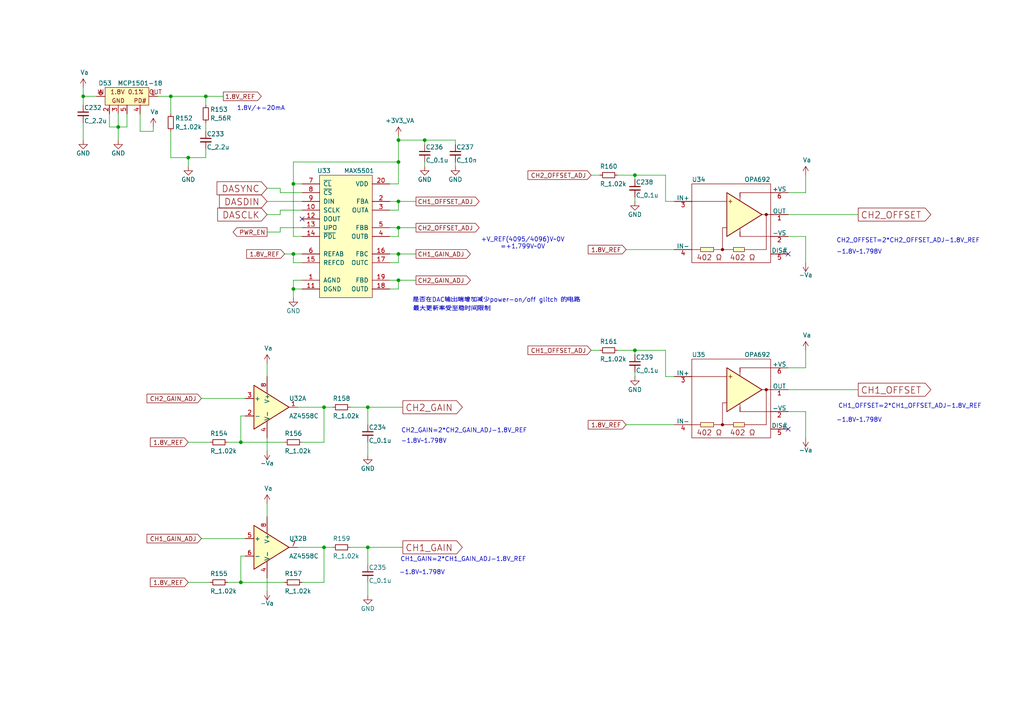
<source format=kicad_sch>
(kicad_sch
	(version 20231120)
	(generator "eeschema")
	(generator_version "8.0")
	(uuid "15235c25-695e-42db-b7e2-26527f0e4375")
	(paper "A4")
	(title_block
		(rev "v2")
		(comment 1 "Copyright Dejan Priversek 2017")
	)
	(lib_symbols
		(symbol "ScopefunParts:+3.3V_VA"
			(power)
			(pin_names
				(offset 0)
			)
			(exclude_from_sim no)
			(in_bom yes)
			(on_board yes)
			(property "Reference" "#PWR"
				(at 0 -3.81 0)
				(effects
					(font
						(size 1.27 1.27)
					)
					(hide yes)
				)
			)
			(property "Value" "+3.3V_VA"
				(at 0 3.556 0)
				(effects
					(font
						(size 1.27 1.27)
					)
				)
			)
			(property "Footprint" ""
				(at 0 0 0)
				(effects
					(font
						(size 1.27 1.27)
					)
				)
			)
			(property "Datasheet" ""
				(at 0 0 0)
				(effects
					(font
						(size 1.27 1.27)
					)
				)
			)
			(property "Description" ""
				(at 0 0 0)
				(effects
					(font
						(size 1.27 1.27)
					)
					(hide yes)
				)
			)
			(property "ki_keywords" "POWER, PWR"
				(at 0 0 0)
				(effects
					(font
						(size 1.27 1.27)
					)
					(hide yes)
				)
			)
			(symbol "+3.3V_VA_0_1"
				(polyline
					(pts
						(xy -0.762 1.27) (xy 0 2.54)
					)
					(stroke
						(width 0)
						(type solid)
					)
					(fill
						(type none)
					)
				)
				(polyline
					(pts
						(xy 0 0) (xy 0 2.54)
					)
					(stroke
						(width 0)
						(type solid)
					)
					(fill
						(type none)
					)
				)
				(polyline
					(pts
						(xy 0 2.54) (xy 0.762 1.27)
					)
					(stroke
						(width 0)
						(type solid)
					)
					(fill
						(type none)
					)
				)
			)
			(symbol "+3.3V_VA_1_1"
				(pin power_in line
					(at 0 0 90)
					(length 0) hide
					(name "+3V3_VA"
						(effects
							(font
								(size 1.27 1.27)
							)
						)
					)
					(number "1"
						(effects
							(font
								(size 1.27 1.27)
							)
						)
					)
				)
			)
		)
		(symbol "ScopefunParts:+Va"
			(power)
			(pin_names
				(offset 0)
			)
			(exclude_from_sim no)
			(in_bom yes)
			(on_board yes)
			(property "Reference" "#PWR"
				(at 0 -2.54 0)
				(effects
					(font
						(size 1.27 1.27)
					)
					(hide yes)
				)
			)
			(property "Value" "+Va"
				(at 0 3.556 0)
				(effects
					(font
						(size 1.27 1.27)
					)
				)
			)
			(property "Footprint" ""
				(at 0 0 0)
				(effects
					(font
						(size 1.27 1.27)
					)
				)
			)
			(property "Datasheet" ""
				(at 0 0 0)
				(effects
					(font
						(size 1.27 1.27)
					)
				)
			)
			(property "Description" ""
				(at 0 0 0)
				(effects
					(font
						(size 1.27 1.27)
					)
					(hide yes)
				)
			)
			(property "ki_keywords" "POWER, PWR"
				(at 0 0 0)
				(effects
					(font
						(size 1.27 1.27)
					)
					(hide yes)
				)
			)
			(symbol "+Va_0_1"
				(polyline
					(pts
						(xy -0.762 1.27) (xy 0 2.54)
					)
					(stroke
						(width 0)
						(type solid)
					)
					(fill
						(type none)
					)
				)
				(polyline
					(pts
						(xy 0 0) (xy 0 2.54)
					)
					(stroke
						(width 0)
						(type solid)
					)
					(fill
						(type none)
					)
				)
				(polyline
					(pts
						(xy 0 2.54) (xy 0.762 1.27)
					)
					(stroke
						(width 0)
						(type solid)
					)
					(fill
						(type none)
					)
				)
			)
			(symbol "+Va_1_1"
				(pin power_in line
					(at 0 0 90)
					(length 0) hide
					(name "Va"
						(effects
							(font
								(size 1.27 1.27)
							)
						)
					)
					(number "1"
						(effects
							(font
								(size 1.27 1.27)
							)
						)
					)
				)
			)
		)
		(symbol "ScopefunParts:-Va"
			(power)
			(pin_names
				(offset 0)
			)
			(exclude_from_sim no)
			(in_bom yes)
			(on_board yes)
			(property "Reference" "#PWR"
				(at 0 -2.54 0)
				(effects
					(font
						(size 1.27 1.27)
					)
					(hide yes)
				)
			)
			(property "Value" "-Va"
				(at 0 3.556 0)
				(effects
					(font
						(size 1.27 1.27)
					)
				)
			)
			(property "Footprint" ""
				(at 0 0 0)
				(effects
					(font
						(size 1.27 1.27)
					)
				)
			)
			(property "Datasheet" ""
				(at 0 0 0)
				(effects
					(font
						(size 1.27 1.27)
					)
				)
			)
			(property "Description" ""
				(at 0 0 0)
				(effects
					(font
						(size 1.27 1.27)
					)
					(hide yes)
				)
			)
			(property "ki_keywords" "POWER, PWR"
				(at 0 0 0)
				(effects
					(font
						(size 1.27 1.27)
					)
					(hide yes)
				)
			)
			(symbol "-Va_0_1"
				(polyline
					(pts
						(xy -0.762 1.27) (xy 0 2.54)
					)
					(stroke
						(width 0)
						(type solid)
					)
					(fill
						(type none)
					)
				)
				(polyline
					(pts
						(xy 0 0) (xy 0 2.54)
					)
					(stroke
						(width 0)
						(type solid)
					)
					(fill
						(type none)
					)
				)
				(polyline
					(pts
						(xy 0 2.54) (xy 0.762 1.27)
					)
					(stroke
						(width 0)
						(type solid)
					)
					(fill
						(type none)
					)
				)
			)
			(symbol "-Va_1_1"
				(pin power_in line
					(at 0 0 90)
					(length 0) hide
					(name "-Va"
						(effects
							(font
								(size 1.27 1.27)
							)
						)
					)
					(number "1"
						(effects
							(font
								(size 1.27 1.27)
							)
						)
					)
				)
			)
		)
		(symbol "ScopefunParts:AZ4558C"
			(pin_names
				(offset 0.127)
			)
			(exclude_from_sim no)
			(in_bom yes)
			(on_board yes)
			(property "Reference" "U"
				(at 5.08 2.54 0)
				(effects
					(font
						(size 1.27 1.27)
					)
					(justify left)
				)
			)
			(property "Value" "AZ4558C"
				(at 5.08 -2.54 0)
				(effects
					(font
						(size 1.27 1.27)
					)
					(justify left)
				)
			)
			(property "Footprint" "ScopefunPackagesLibrary:SOIC8"
				(at 0 -13.97 0)
				(effects
					(font
						(size 1.27 1.27)
					)
					(hide yes)
				)
			)
			(property "Datasheet" "https://www.diodes.com/assets/Datasheets/AZ4558C.pdf"
				(at 0 -11.43 0)
				(effects
					(font
						(size 1.27 1.27)
					)
					(hide yes)
				)
			)
			(property "Description" "DUAL BIPOLAR OPERATIONAL AMPLIFIERS 5.5MHz"
				(at 0 11.43 0)
				(effects
					(font
						(size 1.27 1.27)
					)
					(hide yes)
				)
			)
			(property "Description_1" "DUAL BIPOLAR OPERATIONAL AMPLIFIERS 5.5MHz 5.5MHz"
				(at 0 13.97 0)
				(effects
					(font
						(size 1.27 1.27)
					)
					(hide yes)
				)
			)
			(symbol "AZ4558C_0_1"
				(polyline
					(pts
						(xy 5.08 0) (xy -5.08 6.35) (xy -5.08 -6.35) (xy 5.08 0)
					)
					(stroke
						(width 0.254)
						(type solid)
					)
					(fill
						(type background)
					)
				)
				(pin power_in line
					(at -1.27 -8.89 90)
					(length 4.826)
					(name "V-"
						(effects
							(font
								(size 1.27 1.27)
							)
						)
					)
					(number "4"
						(effects
							(font
								(size 1.27 1.27)
							)
						)
					)
				)
				(pin power_in line
					(at -1.27 8.89 270)
					(length 4.826)
					(name "V+"
						(effects
							(font
								(size 1.27 1.27)
							)
						)
					)
					(number "8"
						(effects
							(font
								(size 1.27 1.27)
							)
						)
					)
				)
			)
			(symbol "AZ4558C_1_1"
				(pin output line
					(at 7.62 0 180)
					(length 2.54)
					(name "~"
						(effects
							(font
								(size 1.27 1.27)
							)
						)
					)
					(number "1"
						(effects
							(font
								(size 1.27 1.27)
							)
						)
					)
				)
				(pin input line
					(at -7.62 -2.54 0)
					(length 2.54)
					(name "-"
						(effects
							(font
								(size 1.27 1.27)
							)
						)
					)
					(number "2"
						(effects
							(font
								(size 1.27 1.27)
							)
						)
					)
				)
				(pin input line
					(at -7.62 2.54 0)
					(length 2.54)
					(name "+"
						(effects
							(font
								(size 1.27 1.27)
							)
						)
					)
					(number "3"
						(effects
							(font
								(size 1.27 1.27)
							)
						)
					)
				)
			)
			(symbol "AZ4558C_2_1"
				(pin input line
					(at -7.62 2.54 0)
					(length 2.54)
					(name "+"
						(effects
							(font
								(size 1.27 1.27)
							)
						)
					)
					(number "5"
						(effects
							(font
								(size 1.27 1.27)
							)
						)
					)
				)
				(pin input line
					(at -7.62 -2.54 0)
					(length 2.54)
					(name "-"
						(effects
							(font
								(size 1.27 1.27)
							)
						)
					)
					(number "6"
						(effects
							(font
								(size 1.27 1.27)
							)
						)
					)
				)
				(pin output line
					(at 7.62 0 180)
					(length 2.54)
					(name "~"
						(effects
							(font
								(size 1.27 1.27)
							)
						)
					)
					(number "7"
						(effects
							(font
								(size 1.27 1.27)
							)
						)
					)
				)
			)
		)
		(symbol "ScopefunParts:C_0.1u"
			(pin_numbers hide)
			(pin_names
				(offset 0.254) hide)
			(exclude_from_sim no)
			(in_bom yes)
			(on_board yes)
			(property "Reference" "C"
				(at 0.254 1.778 0)
				(effects
					(font
						(size 1.27 1.27)
					)
					(justify left)
				)
			)
			(property "Value" "C_0.1u"
				(at 0.254 -2.032 0)
				(effects
					(font
						(size 1.27 1.27)
					)
					(justify left)
				)
			)
			(property "Footprint" "ScopefunPackagesLibrary:C_0603"
				(at 0 -5.08 0)
				(effects
					(font
						(size 1.27 1.27)
					)
					(hide yes)
				)
			)
			(property "Datasheet" ""
				(at 0.254 1.778 0)
				(effects
					(font
						(size 1.27 1.27)
					)
					(hide yes)
				)
			)
			(property "Description" "MLCC - SMD/SMT 0603 16V X7R 10%"
				(at 2.794 4.318 0)
				(effects
					(font
						(size 1.524 1.524)
					)
					(hide yes)
				)
			)
			(property "Description_1" "MLCC - SMD/SMT 0603 16V X7R 10%"
				(at 1.27 6.35 0)
				(effects
					(font
						(size 1.524 1.524)
					)
					(hide yes)
				)
			)
			(property "ki_fp_filters" "0603"
				(at 0 0 0)
				(effects
					(font
						(size 1.27 1.27)
					)
					(hide yes)
				)
			)
			(symbol "C_0.1u_0_1"
				(polyline
					(pts
						(xy -1.524 -0.508) (xy 1.524 -0.508)
					)
					(stroke
						(width 0.3302)
						(type solid)
					)
					(fill
						(type none)
					)
				)
				(polyline
					(pts
						(xy -1.524 0.508) (xy 1.524 0.508)
					)
					(stroke
						(width 0.3048)
						(type solid)
					)
					(fill
						(type none)
					)
				)
			)
			(symbol "C_0.1u_1_1"
				(pin passive line
					(at 0 2.54 270)
					(length 1.905)
					(name "~"
						(effects
							(font
								(size 1.016 1.016)
							)
						)
					)
					(number "1"
						(effects
							(font
								(size 1.016 1.016)
							)
						)
					)
				)
				(pin passive line
					(at 0 -2.54 90)
					(length 2.032)
					(name "~"
						(effects
							(font
								(size 1.016 1.016)
							)
						)
					)
					(number "2"
						(effects
							(font
								(size 1.016 1.016)
							)
						)
					)
				)
			)
		)
		(symbol "ScopefunParts:C_10n_0402"
			(pin_numbers hide)
			(pin_names
				(offset 0.254) hide)
			(exclude_from_sim no)
			(in_bom yes)
			(on_board yes)
			(property "Reference" "C"
				(at 0.254 1.778 0)
				(effects
					(font
						(size 1.27 1.27)
					)
					(justify left)
				)
			)
			(property "Value" "C_10n_0402"
				(at 0.254 -2.032 0)
				(effects
					(font
						(size 1.27 1.27)
					)
					(justify left)
				)
			)
			(property "Footprint" "ScopefunPackagesLibrary:C_0402"
				(at 0 -5.08 0)
				(effects
					(font
						(size 1.27 1.27)
					)
					(hide yes)
				)
			)
			(property "Datasheet" ""
				(at 0.254 1.778 0)
				(effects
					(font
						(size 1.27 1.27)
					)
					(hide yes)
				)
			)
			(property "Description" "MLCC - SMD/SMT 0402 50V X7R 10%"
				(at 0 5.08 0)
				(effects
					(font
						(size 1.524 1.524)
					)
					(hide yes)
				)
			)
			(property "Description_1" "MLCC - SMD/SMT 0402 50V X7R 10%"
				(at 0 7.62 0)
				(effects
					(font
						(size 1.524 1.524)
					)
					(hide yes)
				)
			)
			(property "ki_fp_filters" "0603"
				(at 0 0 0)
				(effects
					(font
						(size 1.27 1.27)
					)
					(hide yes)
				)
			)
			(symbol "C_10n_0402_0_1"
				(polyline
					(pts
						(xy -1.524 -0.508) (xy 1.524 -0.508)
					)
					(stroke
						(width 0.3302)
						(type solid)
					)
					(fill
						(type none)
					)
				)
				(polyline
					(pts
						(xy -1.524 0.508) (xy 1.524 0.508)
					)
					(stroke
						(width 0.3048)
						(type solid)
					)
					(fill
						(type none)
					)
				)
			)
			(symbol "C_10n_0402_1_1"
				(pin passive line
					(at 0 2.54 270)
					(length 1.905)
					(name "~"
						(effects
							(font
								(size 1.016 1.016)
							)
						)
					)
					(number "1"
						(effects
							(font
								(size 1.016 1.016)
							)
						)
					)
				)
				(pin passive line
					(at 0 -2.54 90)
					(length 2.032)
					(name "~"
						(effects
							(font
								(size 1.016 1.016)
							)
						)
					)
					(number "2"
						(effects
							(font
								(size 1.016 1.016)
							)
						)
					)
				)
			)
		)
		(symbol "ScopefunParts:C_2.2u"
			(pin_numbers hide)
			(pin_names
				(offset 0.254) hide)
			(exclude_from_sim no)
			(in_bom yes)
			(on_board yes)
			(property "Reference" "C"
				(at 0.254 1.778 0)
				(effects
					(font
						(size 1.27 1.27)
					)
					(justify left)
				)
			)
			(property "Value" "C_2.2u"
				(at 0.254 -2.032 0)
				(effects
					(font
						(size 1.27 1.27)
					)
					(justify left)
				)
			)
			(property "Footprint" "ScopefunPackagesLibrary:C_0603"
				(at 0 -5.08 0)
				(effects
					(font
						(size 1.27 1.27)
					)
					(hide yes)
				)
			)
			(property "Datasheet" ""
				(at 0.254 1.778 0)
				(effects
					(font
						(size 1.27 1.27)
					)
					(hide yes)
				)
			)
			(property "Description" "MLCC - SMD/SMT 0603 10V X5R 10%"
				(at 0 5.08 0)
				(effects
					(font
						(size 1.524 1.524)
					)
					(hide yes)
				)
			)
			(property "Description_1" "MLCC - SMD/SMT 0603 6.3V X5R 20%"
				(at 0 7.62 0)
				(effects
					(font
						(size 1.524 1.524)
					)
					(hide yes)
				)
			)
			(property "ki_fp_filters" "0603"
				(at 0 0 0)
				(effects
					(font
						(size 1.27 1.27)
					)
					(hide yes)
				)
			)
			(symbol "C_2.2u_0_1"
				(polyline
					(pts
						(xy -1.524 -0.508) (xy 1.524 -0.508)
					)
					(stroke
						(width 0.3302)
						(type solid)
					)
					(fill
						(type none)
					)
				)
				(polyline
					(pts
						(xy -1.524 0.508) (xy 1.524 0.508)
					)
					(stroke
						(width 0.3048)
						(type solid)
					)
					(fill
						(type none)
					)
				)
			)
			(symbol "C_2.2u_1_1"
				(pin passive line
					(at 0 2.54 270)
					(length 1.905)
					(name "~"
						(effects
							(font
								(size 1.016 1.016)
							)
						)
					)
					(number "1"
						(effects
							(font
								(size 1.016 1.016)
							)
						)
					)
				)
				(pin passive line
					(at 0 -2.54 90)
					(length 2.032)
					(name "~"
						(effects
							(font
								(size 1.016 1.016)
							)
						)
					)
					(number "2"
						(effects
							(font
								(size 1.016 1.016)
							)
						)
					)
				)
			)
		)
		(symbol "ScopefunParts:MAX5501"
			(pin_names
				(offset 1.016)
			)
			(exclude_from_sim no)
			(in_bom yes)
			(on_board yes)
			(property "Reference" "U"
				(at -6.35 16.51 0)
				(effects
					(font
						(size 1.27 1.27)
					)
				)
			)
			(property "Value" "MAX5501"
				(at 3.81 16.51 0)
				(effects
					(font
						(size 1.27 1.27)
					)
				)
			)
			(property "Footprint" "ScopefunPackagesLibrary:SSOP20"
				(at 0 20.32 0)
				(effects
					(font
						(size 1.27 1.27)
					)
					(hide yes)
				)
			)
			(property "Datasheet" "https://datasheets.maximintegrated.com/en/ds/MAX5500-MAX5501.pdf"
				(at 0 22.86 0)
				(effects
					(font
						(size 1.27 1.27)
					)
					(hide yes)
				)
			)
			(property "Description" "Low-Power, Quad, 12-Bit Voltage-Output DACs with Serial Interface, 3.3V supply"
				(at 0 27.94 0)
				(effects
					(font
						(size 1.27 1.27)
					)
					(hide yes)
				)
			)
			(property "MFG Part#" "MAX5501BGAP+"
				(at 0 25.4 0)
				(effects
					(font
						(size 1.27 1.27)
					)
					(hide yes)
				)
			)
			(property "ki_keywords" "DAC"
				(at 0 0 0)
				(effects
					(font
						(size 1.27 1.27)
					)
					(hide yes)
				)
			)
			(symbol "MAX5501_0_1"
				(rectangle
					(start -7.62 -20.32)
					(end 7.62 15.24)
					(stroke
						(width 0)
						(type solid)
					)
					(fill
						(type background)
					)
				)
			)
			(symbol "MAX5501_1_1"
				(pin power_in line
					(at -12.7 -15.24 0)
					(length 5.08)
					(name "AGND"
						(effects
							(font
								(size 1.27 1.27)
							)
						)
					)
					(number "1"
						(effects
							(font
								(size 1.27 1.27)
							)
						)
					)
				)
				(pin input line
					(at -12.7 5.08 0)
					(length 5.08)
					(name "SCLK"
						(effects
							(font
								(size 1.27 1.27)
							)
						)
					)
					(number "10"
						(effects
							(font
								(size 1.27 1.27)
							)
						)
					)
				)
				(pin power_in line
					(at -12.7 -17.78 0)
					(length 5.08)
					(name "DGND"
						(effects
							(font
								(size 1.27 1.27)
							)
						)
					)
					(number "11"
						(effects
							(font
								(size 1.27 1.27)
							)
						)
					)
				)
				(pin output line
					(at -12.7 2.54 0)
					(length 5.08)
					(name "DOUT"
						(effects
							(font
								(size 1.27 1.27)
							)
						)
					)
					(number "12"
						(effects
							(font
								(size 1.27 1.27)
							)
						)
					)
				)
				(pin output line
					(at -12.7 0 0)
					(length 5.08)
					(name "UPO"
						(effects
							(font
								(size 1.27 1.27)
							)
						)
					)
					(number "13"
						(effects
							(font
								(size 1.27 1.27)
							)
						)
					)
				)
				(pin input line
					(at -12.7 -2.54 0)
					(length 5.08)
					(name "~{PDL}"
						(effects
							(font
								(size 1.27 1.27)
							)
						)
					)
					(number "14"
						(effects
							(font
								(size 1.27 1.27)
							)
						)
					)
				)
				(pin input line
					(at -12.7 -10.16 0)
					(length 5.08)
					(name "REFCD"
						(effects
							(font
								(size 1.27 1.27)
							)
						)
					)
					(number "15"
						(effects
							(font
								(size 1.27 1.27)
							)
						)
					)
				)
				(pin input line
					(at 12.7 -7.62 180)
					(length 5.08)
					(name "FBC"
						(effects
							(font
								(size 1.27 1.27)
							)
						)
					)
					(number "16"
						(effects
							(font
								(size 1.27 1.27)
							)
						)
					)
				)
				(pin output line
					(at 12.7 -10.16 180)
					(length 5.08)
					(name "OUTC"
						(effects
							(font
								(size 1.27 1.27)
							)
						)
					)
					(number "17"
						(effects
							(font
								(size 1.27 1.27)
							)
						)
					)
				)
				(pin output line
					(at 12.7 -17.78 180)
					(length 5.08)
					(name "OUTD"
						(effects
							(font
								(size 1.27 1.27)
							)
						)
					)
					(number "18"
						(effects
							(font
								(size 1.27 1.27)
							)
						)
					)
				)
				(pin input line
					(at 12.7 -15.24 180)
					(length 5.08)
					(name "FBD"
						(effects
							(font
								(size 1.27 1.27)
							)
						)
					)
					(number "19"
						(effects
							(font
								(size 1.27 1.27)
							)
						)
					)
				)
				(pin input line
					(at 12.7 7.62 180)
					(length 5.08)
					(name "FBA"
						(effects
							(font
								(size 1.27 1.27)
							)
						)
					)
					(number "2"
						(effects
							(font
								(size 1.27 1.27)
							)
						)
					)
				)
				(pin power_in line
					(at 12.7 12.7 180)
					(length 5.08)
					(name "VDD"
						(effects
							(font
								(size 1.27 1.27)
							)
						)
					)
					(number "20"
						(effects
							(font
								(size 1.27 1.27)
							)
						)
					)
				)
				(pin output line
					(at 12.7 5.08 180)
					(length 5.08)
					(name "OUTA"
						(effects
							(font
								(size 1.27 1.27)
							)
						)
					)
					(number "3"
						(effects
							(font
								(size 1.27 1.27)
							)
						)
					)
				)
				(pin output line
					(at 12.7 -2.54 180)
					(length 5.08)
					(name "OUTB"
						(effects
							(font
								(size 1.27 1.27)
							)
						)
					)
					(number "4"
						(effects
							(font
								(size 1.27 1.27)
							)
						)
					)
				)
				(pin input line
					(at 12.7 0 180)
					(length 5.08)
					(name "FBB"
						(effects
							(font
								(size 1.27 1.27)
							)
						)
					)
					(number "5"
						(effects
							(font
								(size 1.27 1.27)
							)
						)
					)
				)
				(pin input line
					(at -12.7 -7.62 0)
					(length 5.08)
					(name "REFAB"
						(effects
							(font
								(size 1.27 1.27)
							)
						)
					)
					(number "6"
						(effects
							(font
								(size 1.27 1.27)
							)
						)
					)
				)
				(pin input line
					(at -12.7 12.7 0)
					(length 5.08)
					(name "~{CL}"
						(effects
							(font
								(size 1.27 1.27)
							)
						)
					)
					(number "7"
						(effects
							(font
								(size 1.27 1.27)
							)
						)
					)
				)
				(pin input line
					(at -12.7 10.16 0)
					(length 5.08)
					(name "~{CS}"
						(effects
							(font
								(size 1.27 1.27)
							)
						)
					)
					(number "8"
						(effects
							(font
								(size 1.27 1.27)
							)
						)
					)
				)
				(pin input line
					(at -12.7 7.62 0)
					(length 5.08)
					(name "DIN"
						(effects
							(font
								(size 1.27 1.27)
							)
						)
					)
					(number "9"
						(effects
							(font
								(size 1.27 1.27)
							)
						)
					)
				)
			)
		)
		(symbol "ScopefunParts:MCP1501-18"
			(pin_names
				(offset 0) hide)
			(exclude_from_sim no)
			(in_bom yes)
			(on_board yes)
			(property "Reference" "D"
				(at -6.35 3.81 0)
				(effects
					(font
						(size 1.27 1.27)
					)
				)
			)
			(property "Value" "MCP1501-18"
				(at 3.81 3.81 0)
				(effects
					(font
						(size 1.27 1.27)
					)
				)
			)
			(property "Footprint" "ScopefunPackagesLibrary:SOT23-6"
				(at 0 -10.16 0)
				(effects
					(font
						(size 1.27 1.27)
					)
					(hide yes)
				)
			)
			(property "Datasheet" "http://ww1.microchip.com/downloads/en/DeviceDoc/20005474D.pdf"
				(at 0 -7.62 0)
				(effects
					(font
						(size 1.27 1.27)
					)
					(hide yes)
				)
			)
			(property "Description" "1.8V High-Precision Buffered Voltage Reference SOT23-6"
				(at 0 10.16 0)
				(effects
					(font
						(size 1.27 1.27)
					)
					(hide yes)
				)
			)
			(property "MFG Part#" "MCP1501T-18E/CHY"
				(at 0 7.62 0)
				(effects
					(font
						(size 1.27 1.27)
					)
					(hide yes)
				)
			)
			(property "ki_fp_filters" "D? SO* SM*"
				(at 0 0 0)
				(effects
					(font
						(size 1.27 1.27)
					)
					(hide yes)
				)
			)
			(symbol "MCP1501-18_0_0"
				(text "1.8V 0.1%"
					(at 0 1.27 0)
					(effects
						(font
							(size 1.27 1.27)
						)
					)
				)
				(text "GND"
					(at -2.54 -1.27 0)
					(effects
						(font
							(size 1.1938 1.1938)
						)
					)
				)
				(text "IN"
					(at -7.62 1.27 0)
					(effects
						(font
							(size 1.27 1.27)
						)
					)
				)
				(text "OUT"
					(at 6.35 1.27 0)
					(effects
						(font
							(size 1.27 1.27)
						)
						(justify left)
					)
				)
				(text "PD#"
					(at 3.81 -1.27 0)
					(effects
						(font
							(size 1.1938 1.1938)
						)
					)
				)
			)
			(symbol "MCP1501-18_0_1"
				(rectangle
					(start -6.35 2.54)
					(end 6.35 -2.54)
					(stroke
						(width 0)
						(type solid)
					)
					(fill
						(type background)
					)
				)
			)
			(symbol "MCP1501-18_1_1"
				(pin output line
					(at 8.89 0 180)
					(length 2.54)
					(name "OUT"
						(effects
							(font
								(size 1.27 1.27)
							)
						)
					)
					(number "1"
						(effects
							(font
								(size 1.27 1.27)
							)
						)
					)
				)
				(pin power_in line
					(at -5.08 -5.08 90)
					(length 2.54)
					(name "GND"
						(effects
							(font
								(size 1.27 1.27)
							)
						)
					)
					(number "2"
						(effects
							(font
								(size 1.27 1.27)
							)
						)
					)
				)
				(pin power_in line
					(at -2.54 -5.08 90)
					(length 2.54)
					(name "GND"
						(effects
							(font
								(size 1.27 1.27)
							)
						)
					)
					(number "3"
						(effects
							(font
								(size 1.27 1.27)
							)
						)
					)
				)
				(pin power_in line
					(at 3.81 -5.08 90)
					(length 2.54)
					(name "SHDN#"
						(effects
							(font
								(size 1.27 1.27)
							)
						)
					)
					(number "4"
						(effects
							(font
								(size 1.27 1.27)
							)
						)
					)
				)
				(pin power_in line
					(at 0 -5.08 90)
					(length 2.54)
					(name "GND"
						(effects
							(font
								(size 1.27 1.27)
							)
						)
					)
					(number "5"
						(effects
							(font
								(size 1.27 1.27)
							)
						)
					)
				)
				(pin power_in line
					(at -8.89 0 0)
					(length 2.54)
					(name "VDD"
						(effects
							(font
								(size 1.27 1.27)
							)
						)
					)
					(number "6"
						(effects
							(font
								(size 1.27 1.27)
							)
						)
					)
				)
			)
		)
		(symbol "ScopefunParts:OPA692"
			(pin_names
				(offset 0)
			)
			(exclude_from_sim no)
			(in_bom yes)
			(on_board yes)
			(property "Reference" "U"
				(at -10.16 11.43 0)
				(effects
					(font
						(size 1.27 1.27)
					)
					(justify left)
				)
			)
			(property "Value" "OPA692"
				(at 5.08 11.43 0)
				(effects
					(font
						(size 1.27 1.27)
					)
					(justify left)
				)
			)
			(property "Footprint" "ScopefunPackagesLibrary:SOT23-6"
				(at 0 -19.05 0)
				(effects
					(font
						(size 1.27 1.27)
					)
					(hide yes)
				)
			)
			(property "Datasheet" "http://www.ti.com/lit/ds/symlink/opa692.pdf"
				(at 0 -16.51 0)
				(effects
					(font
						(size 1.27 1.27)
					)
					(hide yes)
				)
			)
			(property "Description" "Low-Cost, High-Speed, Single-Supply, Gain of +2 Buffers with Rail-to-Rail Outputs in SOT23"
				(at 0 13.97 0)
				(effects
					(font
						(size 1.27 1.27)
					)
					(hide yes)
				)
			)
			(property "Description_1" "Wideband,  Fixed  Gain Video BUFFER AMPLIFIER With Disable"
				(at 0 16.51 0)
				(effects
					(font
						(size 1.27 1.27)
					)
					(hide yes)
				)
			)
			(property "ki_keywords" "opamp op op-amp"
				(at 0 0 0)
				(effects
					(font
						(size 1.27 1.27)
					)
					(hide yes)
				)
			)
			(symbol "OPA692_0_0"
				(rectangle
					(start -7.62 -8.255)
					(end -3.81 -9.525)
					(stroke
						(width 0)
						(type solid)
					)
					(fill
						(type background)
					)
				)
				(circle
					(center -1.27 -8.89)
					(radius 0.381)
					(stroke
						(width 0)
						(type solid)
					)
					(fill
						(type outline)
					)
				)
				(polyline
					(pts
						(xy 0.508 5.08) (xy 1.524 5.08)
					)
					(stroke
						(width 0)
						(type solid)
					)
					(fill
						(type none)
					)
				)
				(polyline
					(pts
						(xy 1.016 5.588) (xy 1.016 4.572)
					)
					(stroke
						(width 0)
						(type solid)
					)
					(fill
						(type none)
					)
				)
				(polyline
					(pts
						(xy 3.81 -2.667) (xy 3.81 -5.08)
					)
					(stroke
						(width 0)
						(type solid)
					)
					(fill
						(type none)
					)
				)
				(polyline
					(pts
						(xy 3.81 7.62) (xy 3.81 5.334)
					)
					(stroke
						(width 0)
						(type solid)
					)
					(fill
						(type none)
					)
				)
				(polyline
					(pts
						(xy 12.7 -5.08) (xy 3.81 -5.08) (xy 3.81 -3.81)
					)
					(stroke
						(width 0)
						(type solid)
					)
					(fill
						(type none)
					)
				)
				(polyline
					(pts
						(xy 12.7 7.62) (xy 3.81 7.62) (xy 3.81 6.35)
					)
					(stroke
						(width 0)
						(type solid)
					)
					(fill
						(type none)
					)
				)
				(polyline
					(pts
						(xy 5.08 -8.89) (xy 11.43 -8.89) (xy 11.43 1.27) (xy 10.16 1.27) (xy 12.7 1.27)
					)
					(stroke
						(width 0)
						(type solid)
					)
					(fill
						(type none)
					)
				)
				(rectangle
					(start 1.905 -8.255)
					(end 5.08 -9.525)
					(stroke
						(width 0)
						(type solid)
					)
					(fill
						(type background)
					)
				)
				(circle
					(center 11.43 1.27)
					(radius 0.381)
					(stroke
						(width 0)
						(type solid)
					)
					(fill
						(type outline)
					)
				)
				(rectangle
					(start 12.7 10.16)
					(end -10.16 -12.7)
					(stroke
						(width 0)
						(type solid)
					)
					(fill
						(type none)
					)
				)
				(text "402 Ω"
					(at -5.08 -11.176 0)
					(effects
						(font
							(size 1.524 1.524)
						)
					)
				)
				(text "402 Ω"
					(at 4.572 -11.176 0)
					(effects
						(font
							(size 1.524 1.524)
						)
					)
				)
			)
			(symbol "OPA692_0_1"
				(polyline
					(pts
						(xy -8.89 -8.89) (xy -10.16 -8.89)
					)
					(stroke
						(width 0)
						(type solid)
					)
					(fill
						(type none)
					)
				)
				(polyline
					(pts
						(xy -7.62 -8.89) (xy -8.89 -8.89)
					)
					(stroke
						(width 0)
						(type solid)
					)
					(fill
						(type none)
					)
				)
				(polyline
					(pts
						(xy -1.27 -8.89) (xy -3.81 -8.89)
					)
					(stroke
						(width 0)
						(type solid)
					)
					(fill
						(type none)
					)
				)
				(polyline
					(pts
						(xy -1.27 -8.89) (xy 1.905 -8.89)
					)
					(stroke
						(width 0)
						(type solid)
					)
					(fill
						(type none)
					)
				)
				(polyline
					(pts
						(xy 0 5.08) (xy -10.16 5.08)
					)
					(stroke
						(width 0)
						(type solid)
					)
					(fill
						(type none)
					)
				)
				(polyline
					(pts
						(xy -1.27 -8.89) (xy -1.27 -2.54) (xy 0 -2.54)
					)
					(stroke
						(width 0)
						(type solid)
					)
					(fill
						(type none)
					)
				)
				(polyline
					(pts
						(xy 10.16 1.27) (xy 0 7.62) (xy 0 -5.08) (xy 10.16 1.27)
					)
					(stroke
						(width 0.254)
						(type solid)
					)
					(fill
						(type background)
					)
				)
			)
			(symbol "OPA692_1_1"
				(pin output line
					(at 17.78 1.27 180)
					(length 5.08)
					(name "OUT"
						(effects
							(font
								(size 1.27 1.27)
							)
						)
					)
					(number "1"
						(effects
							(font
								(size 1.27 1.27)
							)
						)
					)
				)
				(pin power_in line
					(at 17.78 -5.08 180)
					(length 5.08)
					(name "-VS"
						(effects
							(font
								(size 1.27 1.27)
							)
						)
					)
					(number "2"
						(effects
							(font
								(size 1.27 1.27)
							)
						)
					)
				)
				(pin input line
					(at -15.24 5.08 0)
					(length 5.08)
					(name "IN+"
						(effects
							(font
								(size 1.27 1.27)
							)
						)
					)
					(number "3"
						(effects
							(font
								(size 1.27 1.27)
							)
						)
					)
				)
				(pin input line
					(at -15.24 -8.89 0)
					(length 5.08)
					(name "IN-"
						(effects
							(font
								(size 1.27 1.27)
							)
						)
					)
					(number "4"
						(effects
							(font
								(size 1.27 1.27)
							)
						)
					)
				)
				(pin input line
					(at 17.78 -10.16 180)
					(length 5.08)
					(name "DIS#"
						(effects
							(font
								(size 1.27 1.27)
							)
						)
					)
					(number "5"
						(effects
							(font
								(size 1.27 1.27)
							)
						)
					)
				)
				(pin power_in line
					(at 17.78 7.62 180)
					(length 5.08)
					(name "+VS"
						(effects
							(font
								(size 1.27 1.27)
							)
						)
					)
					(number "6"
						(effects
							(font
								(size 1.27 1.27)
							)
						)
					)
				)
			)
		)
		(symbol "ScopefunParts:R_1.02k"
			(pin_numbers hide)
			(pin_names
				(offset 0.254) hide)
			(exclude_from_sim no)
			(in_bom yes)
			(on_board yes)
			(property "Reference" "R"
				(at 1.27 1.27 0)
				(effects
					(font
						(size 1.27 1.27)
					)
					(justify left)
				)
			)
			(property "Value" "R_1.02k"
				(at 1.27 -1.27 0)
				(effects
					(font
						(size 1.27 1.27)
					)
					(justify left)
				)
			)
			(property "Footprint" "ScopefunPackagesLibrary:R_0603"
				(at 0 -6.35 0)
				(effects
					(font
						(size 1.27 1.27)
					)
					(hide yes)
				)
			)
			(property "Datasheet" "http://industrial.panasonic.com/cdbs/www-data/pdf/AOA0000/AOA0000CE2.pdf"
				(at 0 -3.81 0)
				(effects
					(font
						(size 1.27 1.27)
					)
					(hide yes)
				)
			)
			(property "Description" "RES SMD 1% 1/10W 0603"
				(at 0 3.81 0)
				(effects
					(font
						(size 1.524 1.524)
					)
					(hide yes)
				)
			)
			(property "Description_1" "RES SMD 1% 1/10W 0603"
				(at 0 6.35 0)
				(effects
					(font
						(size 1.524 1.524)
					)
					(hide yes)
				)
			)
			(symbol "R_1.02k_0_1"
				(rectangle
					(start -0.762 1.778)
					(end 0.762 -1.778)
					(stroke
						(width 0.2032)
						(type solid)
					)
					(fill
						(type none)
					)
				)
			)
			(symbol "R_1.02k_1_1"
				(pin passive line
					(at 0 2.54 270)
					(length 0.762)
					(name "~"
						(effects
							(font
								(size 1.016 1.016)
							)
						)
					)
					(number "1"
						(effects
							(font
								(size 1.016 1.016)
							)
						)
					)
				)
				(pin passive line
					(at 0 -2.54 90)
					(length 0.762)
					(name "~"
						(effects
							(font
								(size 1.016 1.016)
							)
						)
					)
					(number "2"
						(effects
							(font
								(size 1.016 1.016)
							)
						)
					)
				)
			)
		)
		(symbol "ScopefunParts:R_56R"
			(pin_numbers hide)
			(pin_names
				(offset 0.254) hide)
			(exclude_from_sim no)
			(in_bom yes)
			(on_board yes)
			(property "Reference" "R"
				(at 1.27 1.27 0)
				(effects
					(font
						(size 1.27 1.27)
					)
					(justify left)
				)
			)
			(property "Value" "R_56R"
				(at 1.27 -1.27 0)
				(effects
					(font
						(size 1.27 1.27)
					)
					(justify left)
				)
			)
			(property "Footprint" "ScopefunPackagesLibrary:R_0603"
				(at 0 -6.35 0)
				(effects
					(font
						(size 1.27 1.27)
					)
					(hide yes)
				)
			)
			(property "Datasheet" "http://industrial.panasonic.com/cdbs/www-data/pdf/AOA0000/AOA0000CE2.pdf"
				(at 0 -3.81 0)
				(effects
					(font
						(size 1.27 1.27)
					)
					(hide yes)
				)
			)
			(property "Description" "RES SMD 1% 1/10W 0603"
				(at 0 3.81 0)
				(effects
					(font
						(size 1.524 1.524)
					)
					(hide yes)
				)
			)
			(property "Description_1" "RES SMD 1% 1/10W 0603"
				(at 0 6.35 0)
				(effects
					(font
						(size 1.524 1.524)
					)
					(hide yes)
				)
			)
			(symbol "R_56R_0_1"
				(rectangle
					(start -0.762 1.778)
					(end 0.762 -1.778)
					(stroke
						(width 0.2032)
						(type solid)
					)
					(fill
						(type none)
					)
				)
			)
			(symbol "R_56R_1_1"
				(pin passive line
					(at 0 2.54 270)
					(length 0.762)
					(name "~"
						(effects
							(font
								(size 1.016 1.016)
							)
						)
					)
					(number "1"
						(effects
							(font
								(size 1.016 1.016)
							)
						)
					)
				)
				(pin passive line
					(at 0 -2.54 90)
					(length 0.762)
					(name "~"
						(effects
							(font
								(size 1.016 1.016)
							)
						)
					)
					(number "2"
						(effects
							(font
								(size 1.016 1.016)
							)
						)
					)
				)
			)
		)
		(symbol "Scopefun_v2-rescue:GND"
			(power)
			(pin_names
				(offset 0)
			)
			(exclude_from_sim no)
			(in_bom yes)
			(on_board yes)
			(property "Reference" "#PWR"
				(at 0 -6.35 0)
				(effects
					(font
						(size 1.27 1.27)
					)
					(hide yes)
				)
			)
			(property "Value" "GND"
				(at 0 -3.81 0)
				(effects
					(font
						(size 1.27 1.27)
					)
				)
			)
			(property "Footprint" ""
				(at 0 0 0)
				(effects
					(font
						(size 1.27 1.27)
					)
					(hide yes)
				)
			)
			(property "Datasheet" ""
				(at 0 0 0)
				(effects
					(font
						(size 1.27 1.27)
					)
					(hide yes)
				)
			)
			(property "Description" ""
				(at 0 0 0)
				(effects
					(font
						(size 1.27 1.27)
					)
					(hide yes)
				)
			)
			(symbol "GND_0_1"
				(polyline
					(pts
						(xy 0 0) (xy 0 -1.27) (xy 1.27 -1.27) (xy 0 -2.54) (xy -1.27 -1.27) (xy 0 -1.27)
					)
					(stroke
						(width 0)
						(type solid)
					)
					(fill
						(type none)
					)
				)
			)
			(symbol "GND_1_1"
				(pin power_in line
					(at 0 0 270)
					(length 0) hide
					(name "GND"
						(effects
							(font
								(size 1.27 1.27)
							)
						)
					)
					(number "1"
						(effects
							(font
								(size 1.27 1.27)
							)
						)
					)
				)
			)
		)
	)
	(junction
		(at 85.09 73.66)
		(diameter 0)
		(color 0 0 0 0)
		(uuid "0cc5134d-3756-4db8-b7e0-aabd0a6364cf")
	)
	(junction
		(at 123.19 40.64)
		(diameter 0)
		(color 0 0 0 0)
		(uuid "182fd352-bbb3-46fd-90a0-b6a703ecd97b")
	)
	(junction
		(at 106.68 158.75)
		(diameter 0)
		(color 0 0 0 0)
		(uuid "24cb3866-ef54-403d-92a3-6510112a1413")
	)
	(junction
		(at 85.09 83.82)
		(diameter 0)
		(color 0 0 0 0)
		(uuid "3d21f1a3-1a61-4fe2-9a6c-d3c18777ebe9")
	)
	(junction
		(at 69.85 168.91)
		(diameter 0)
		(color 0 0 0 0)
		(uuid "40dd8aac-0b55-4f86-b7e4-a1f825a616b5")
	)
	(junction
		(at 115.57 58.42)
		(diameter 0)
		(color 0 0 0 0)
		(uuid "4775c321-0803-42f9-b949-eaab1fd06655")
	)
	(junction
		(at 85.09 53.34)
		(diameter 0)
		(color 0 0 0 0)
		(uuid "5fe3b03c-59ab-4b64-86cc-b305b8b86763")
	)
	(junction
		(at 115.57 81.28)
		(diameter 0)
		(color 0 0 0 0)
		(uuid "6d9f5f0c-0c49-46e4-af6e-c61754423319")
	)
	(junction
		(at 115.57 66.04)
		(diameter 0)
		(color 0 0 0 0)
		(uuid "736f426c-b028-4515-bdb7-8fb53c647c6c")
	)
	(junction
		(at 93.98 158.75)
		(diameter 0)
		(color 0 0 0 0)
		(uuid "81d4ee1b-7ad1-4b33-9b58-b14cb14e7d0a")
	)
	(junction
		(at 115.57 46.99)
		(diameter 0)
		(color 0 0 0 0)
		(uuid "901d998e-3c95-4a0c-8ab0-5f9a138c66c3")
	)
	(junction
		(at 69.85 128.27)
		(diameter 0)
		(color 0 0 0 0)
		(uuid "907ea8f8-942c-4abc-ab8a-5bffa5513369")
	)
	(junction
		(at 24.13 27.94)
		(diameter 0)
		(color 0 0 0 0)
		(uuid "94d2f787-166a-47d9-aad4-cb2d31c421a9")
	)
	(junction
		(at 59.69 27.94)
		(diameter 0)
		(color 0 0 0 0)
		(uuid "a1ebf9ca-f88b-48e0-97b5-b31aeca5a0ca")
	)
	(junction
		(at 115.57 73.66)
		(diameter 0)
		(color 0 0 0 0)
		(uuid "a34e9596-03d8-4fcc-905e-c36141d98d61")
	)
	(junction
		(at 93.98 118.11)
		(diameter 0)
		(color 0 0 0 0)
		(uuid "a41d85ea-5a5f-4b72-8000-a8fae30cfc01")
	)
	(junction
		(at 184.15 50.8)
		(diameter 0)
		(color 0 0 0 0)
		(uuid "a444fcd5-b963-40ea-9feb-c57e43d52a3b")
	)
	(junction
		(at 34.29 36.83)
		(diameter 0)
		(color 0 0 0 0)
		(uuid "b04c65d0-42a2-48b3-b974-9b66e46a55fb")
	)
	(junction
		(at 184.15 101.6)
		(diameter 0)
		(color 0 0 0 0)
		(uuid "b25b3034-0807-4bc8-81e8-6eeab1048308")
	)
	(junction
		(at 54.61 45.72)
		(diameter 0)
		(color 0 0 0 0)
		(uuid "bad80454-e558-4b66-87f5-07f2c0e27e88")
	)
	(junction
		(at 106.68 118.11)
		(diameter 0)
		(color 0 0 0 0)
		(uuid "cb5f1959-0477-4f18-8eb4-fef4c46e8a53")
	)
	(junction
		(at 49.53 27.94)
		(diameter 0)
		(color 0 0 0 0)
		(uuid "d41d09fb-3dbd-48e3-af07-ecd4ac8a4749")
	)
	(junction
		(at 115.57 40.64)
		(diameter 0)
		(color 0 0 0 0)
		(uuid "eebe7285-99c6-42ab-a6f6-28332e600292")
	)
	(no_connect
		(at 228.6 73.66)
		(uuid "677ce045-f1bf-4708-921e-ff63ebfcd8eb")
	)
	(no_connect
		(at 228.6 124.46)
		(uuid "8c4f7ad0-0cda-4a1f-ba68-f6fed8069dde")
	)
	(no_connect
		(at 87.63 63.5)
		(uuid "c4f02411-09f8-4ea1-8fca-3bbe63137ef9")
	)
	(wire
		(pts
			(xy 248.92 62.23) (xy 228.6 62.23)
		)
		(stroke
			(width 0)
			(type default)
		)
		(uuid "04a1ddc7-6fb4-4287-a011-ee12f4c04e5e")
	)
	(wire
		(pts
			(xy 81.28 54.61) (xy 81.28 55.88)
		)
		(stroke
			(width 0)
			(type default)
		)
		(uuid "0ac3cc47-c53d-4d65-9ea7-50444b0c57f4")
	)
	(wire
		(pts
			(xy 69.85 161.29) (xy 69.85 168.91)
		)
		(stroke
			(width 0)
			(type default)
		)
		(uuid "0d4f17be-064e-4e12-8237-fd74a97560ce")
	)
	(wire
		(pts
			(xy 71.12 156.21) (xy 58.42 156.21)
		)
		(stroke
			(width 0)
			(type default)
		)
		(uuid "10d94dc4-4d36-4cbe-9005-d4b791d9c9c2")
	)
	(wire
		(pts
			(xy 49.53 27.94) (xy 59.69 27.94)
		)
		(stroke
			(width 0)
			(type default)
		)
		(uuid "12406eeb-d607-4d11-9948-6e9a803ceb8e")
	)
	(wire
		(pts
			(xy 113.03 58.42) (xy 115.57 58.42)
		)
		(stroke
			(width 0)
			(type default)
		)
		(uuid "130afe98-2bf9-44df-9ce9-f8d9618f2597")
	)
	(wire
		(pts
			(xy 101.6 118.11) (xy 106.68 118.11)
		)
		(stroke
			(width 0)
			(type default)
		)
		(uuid "14aeca49-8abb-4a24-a358-142443d9bdf5")
	)
	(wire
		(pts
			(xy 193.04 109.22) (xy 195.58 109.22)
		)
		(stroke
			(width 0)
			(type default)
		)
		(uuid "15081e33-5f7c-43e6-a9a9-3a88e1b678a9")
	)
	(wire
		(pts
			(xy 115.57 81.28) (xy 115.57 83.82)
		)
		(stroke
			(width 0)
			(type default)
		)
		(uuid "1534f855-6375-4b5a-ab83-1c511262f597")
	)
	(wire
		(pts
			(xy 59.69 30.48) (xy 59.69 27.94)
		)
		(stroke
			(width 0)
			(type default)
		)
		(uuid "19cee48c-e68f-401d-9eb6-689092b143f1")
	)
	(wire
		(pts
			(xy 36.83 36.83) (xy 36.83 33.02)
		)
		(stroke
			(width 0)
			(type default)
		)
		(uuid "1b3a0f08-e512-45e2-8d28-7dc2edc0b029")
	)
	(wire
		(pts
			(xy 106.68 168.91) (xy 106.68 172.72)
		)
		(stroke
			(width 0)
			(type default)
		)
		(uuid "1d58fe29-9daa-4ae5-8256-80fb7caec35d")
	)
	(wire
		(pts
			(xy 93.98 128.27) (xy 93.98 118.11)
		)
		(stroke
			(width 0)
			(type default)
		)
		(uuid "1fb360fb-5e24-4acc-99be-ea14e89510bb")
	)
	(wire
		(pts
			(xy 233.68 76.2) (xy 233.68 68.58)
		)
		(stroke
			(width 0)
			(type default)
		)
		(uuid "2031abf8-6c62-4216-94b3-583211501cf1")
	)
	(wire
		(pts
			(xy 87.63 81.28) (xy 85.09 81.28)
		)
		(stroke
			(width 0)
			(type default)
		)
		(uuid "20c4998b-707d-485c-aa2c-1360f9defb4f")
	)
	(wire
		(pts
			(xy 115.57 39.37) (xy 115.57 40.64)
		)
		(stroke
			(width 0)
			(type default)
		)
		(uuid "25d1a3cf-d5f8-46f4-ac9e-a94c48f171c9")
	)
	(wire
		(pts
			(xy 81.28 60.96) (xy 87.63 60.96)
		)
		(stroke
			(width 0)
			(type default)
		)
		(uuid "27af90f5-5640-40b5-b71e-bc87b4388cb2")
	)
	(wire
		(pts
			(xy 54.61 45.72) (xy 59.69 45.72)
		)
		(stroke
			(width 0)
			(type default)
		)
		(uuid "2a4cb852-a796-42ba-bda4-e17ff9ace388")
	)
	(wire
		(pts
			(xy 132.08 46.99) (xy 132.08 48.26)
		)
		(stroke
			(width 0)
			(type default)
		)
		(uuid "2dd41fc3-460c-4f3f-8cd0-624593aed8a1")
	)
	(wire
		(pts
			(xy 193.04 101.6) (xy 193.04 109.22)
		)
		(stroke
			(width 0)
			(type default)
		)
		(uuid "2de19f39-2a8e-43d7-982c-44b98b314733")
	)
	(wire
		(pts
			(xy 54.61 168.91) (xy 60.96 168.91)
		)
		(stroke
			(width 0)
			(type default)
		)
		(uuid "34542b89-b905-4539-b475-b894942a4b27")
	)
	(wire
		(pts
			(xy 123.19 41.91) (xy 123.19 40.64)
		)
		(stroke
			(width 0)
			(type default)
		)
		(uuid "36ba120e-9c3f-485b-8d14-b1bde2c53140")
	)
	(wire
		(pts
			(xy 115.57 40.64) (xy 123.19 40.64)
		)
		(stroke
			(width 0)
			(type default)
		)
		(uuid "3a7339b2-12eb-433a-be64-70e941112762")
	)
	(wire
		(pts
			(xy 59.69 45.72) (xy 59.69 43.18)
		)
		(stroke
			(width 0)
			(type default)
		)
		(uuid "3cf36bf8-aa64-45e6-9d08-3abbf6f68c71")
	)
	(wire
		(pts
			(xy 115.57 60.96) (xy 113.03 60.96)
		)
		(stroke
			(width 0)
			(type default)
		)
		(uuid "3e2154f8-ba79-49fa-ab97-eb3313539e56")
	)
	(wire
		(pts
			(xy 81.28 66.04) (xy 81.28 67.31)
		)
		(stroke
			(width 0)
			(type default)
		)
		(uuid "3ef41160-903c-4af9-a88d-89be763c8cbe")
	)
	(wire
		(pts
			(xy 193.04 58.42) (xy 195.58 58.42)
		)
		(stroke
			(width 0)
			(type default)
		)
		(uuid "45abe4ee-fccd-4b44-a807-948027ccb74e")
	)
	(wire
		(pts
			(xy 193.04 50.8) (xy 193.04 58.42)
		)
		(stroke
			(width 0)
			(type default)
		)
		(uuid "46bb93f7-5b5e-4233-8b03-617dcaa6aa04")
	)
	(wire
		(pts
			(xy 181.61 72.39) (xy 195.58 72.39)
		)
		(stroke
			(width 0)
			(type default)
		)
		(uuid "46f27818-4e4a-4f6b-8b5c-eafc6bebf94b")
	)
	(wire
		(pts
			(xy 44.45 38.1) (xy 44.45 36.83)
		)
		(stroke
			(width 0)
			(type default)
		)
		(uuid "473312de-b2d1-4634-b60c-f2300f9b9508")
	)
	(wire
		(pts
			(xy 233.68 106.68) (xy 233.68 101.6)
		)
		(stroke
			(width 0)
			(type default)
		)
		(uuid "4a4a98d3-3677-47c8-b5a8-236d1eea40bf")
	)
	(wire
		(pts
			(xy 49.53 38.1) (xy 49.53 45.72)
		)
		(stroke
			(width 0)
			(type default)
		)
		(uuid "4c1de174-ab17-4120-980a-c2e851c38607")
	)
	(wire
		(pts
			(xy 85.09 68.58) (xy 87.63 68.58)
		)
		(stroke
			(width 0)
			(type default)
		)
		(uuid "4c8a10f7-42a3-41c0-ae2d-d1311a36d7d2")
	)
	(wire
		(pts
			(xy 85.09 73.66) (xy 87.63 73.66)
		)
		(stroke
			(width 0)
			(type default)
		)
		(uuid "4f3849a7-3c8d-40d1-b47c-31445aed3192")
	)
	(wire
		(pts
			(xy 85.09 76.2) (xy 85.09 73.66)
		)
		(stroke
			(width 0)
			(type default)
		)
		(uuid "4ffd5d97-6c9b-4e9b-bee9-4087c8e26060")
	)
	(wire
		(pts
			(xy 113.03 66.04) (xy 115.57 66.04)
		)
		(stroke
			(width 0)
			(type default)
		)
		(uuid "534786ac-d841-4ed1-90a7-ad1ed7344f94")
	)
	(wire
		(pts
			(xy 85.09 81.28) (xy 85.09 83.82)
		)
		(stroke
			(width 0)
			(type default)
		)
		(uuid "546a1482-2998-459f-8125-b5dfc15f7c92")
	)
	(wire
		(pts
			(xy 71.12 115.57) (xy 58.42 115.57)
		)
		(stroke
			(width 0)
			(type default)
		)
		(uuid "5a21913f-a877-4144-a90e-504876db87de")
	)
	(wire
		(pts
			(xy 106.68 158.75) (xy 106.68 163.83)
		)
		(stroke
			(width 0)
			(type default)
		)
		(uuid "5a57ff9c-bb17-4958-8538-388384788e9b")
	)
	(wire
		(pts
			(xy 106.68 158.75) (xy 116.84 158.75)
		)
		(stroke
			(width 0)
			(type default)
		)
		(uuid "5dce5038-83a4-4b79-bd73-7357e19eddde")
	)
	(wire
		(pts
			(xy 184.15 107.95) (xy 184.15 109.22)
		)
		(stroke
			(width 0)
			(type default)
		)
		(uuid "5e853769-1d98-4603-91d0-df9dd400291a")
	)
	(wire
		(pts
			(xy 71.12 120.65) (xy 69.85 120.65)
		)
		(stroke
			(width 0)
			(type default)
		)
		(uuid "62249326-b495-41b7-8f63-03dc95587e7c")
	)
	(wire
		(pts
			(xy 49.53 33.02) (xy 49.53 27.94)
		)
		(stroke
			(width 0)
			(type default)
		)
		(uuid "627af577-4583-4380-a9f9-821e021c7b84")
	)
	(wire
		(pts
			(xy 233.68 68.58) (xy 228.6 68.58)
		)
		(stroke
			(width 0)
			(type default)
		)
		(uuid "6363a66e-f293-43ea-a6aa-d5227957c7d4")
	)
	(wire
		(pts
			(xy 59.69 35.56) (xy 59.69 38.1)
		)
		(stroke
			(width 0)
			(type default)
		)
		(uuid "6379f4b4-50b4-49c8-9e5f-9ef38d51fe5f")
	)
	(wire
		(pts
			(xy 115.57 81.28) (xy 120.65 81.28)
		)
		(stroke
			(width 0)
			(type default)
		)
		(uuid "643d90ef-eed8-499d-8dd4-f7033fbce5f5")
	)
	(wire
		(pts
			(xy 228.6 106.68) (xy 233.68 106.68)
		)
		(stroke
			(width 0)
			(type default)
		)
		(uuid "661b0589-33f6-41ae-b8a6-ac382998211d")
	)
	(wire
		(pts
			(xy 115.57 73.66) (xy 120.65 73.66)
		)
		(stroke
			(width 0)
			(type default)
		)
		(uuid "6b455a1d-f726-42e6-8c5c-956ecb54969f")
	)
	(wire
		(pts
			(xy 228.6 55.88) (xy 233.68 55.88)
		)
		(stroke
			(width 0)
			(type default)
		)
		(uuid "6bd9cc7c-f270-4501-b2ee-bbd500e08b82")
	)
	(wire
		(pts
			(xy 93.98 158.75) (xy 96.52 158.75)
		)
		(stroke
			(width 0)
			(type default)
		)
		(uuid "6d645dfa-7b75-4f27-b44e-83cbb7053fc4")
	)
	(wire
		(pts
			(xy 115.57 46.99) (xy 85.09 46.99)
		)
		(stroke
			(width 0)
			(type default)
		)
		(uuid "6dffd325-cb64-4e03-9c53-1d82bb844f79")
	)
	(wire
		(pts
			(xy 34.29 36.83) (xy 34.29 40.64)
		)
		(stroke
			(width 0)
			(type default)
		)
		(uuid "72f0733b-f79a-4436-a150-2952c80a9062")
	)
	(wire
		(pts
			(xy 106.68 118.11) (xy 116.84 118.11)
		)
		(stroke
			(width 0)
			(type default)
		)
		(uuid "772f6fcf-a4d3-47e6-8657-04e200c9103d")
	)
	(wire
		(pts
			(xy 115.57 76.2) (xy 113.03 76.2)
		)
		(stroke
			(width 0)
			(type default)
		)
		(uuid "779f08c6-836c-4250-bd84-8caf438b40c4")
	)
	(wire
		(pts
			(xy 115.57 53.34) (xy 113.03 53.34)
		)
		(stroke
			(width 0)
			(type default)
		)
		(uuid "789235a8-875e-4a06-a911-f9bf1ecd942d")
	)
	(wire
		(pts
			(xy 93.98 168.91) (xy 93.98 158.75)
		)
		(stroke
			(width 0)
			(type default)
		)
		(uuid "7bf3093e-ac58-45a8-8254-559251bb5667")
	)
	(wire
		(pts
			(xy 69.85 128.27) (xy 82.55 128.27)
		)
		(stroke
			(width 0)
			(type default)
		)
		(uuid "7eb066be-b413-4344-8cc2-01865af7cfc4")
	)
	(wire
		(pts
			(xy 45.72 27.94) (xy 49.53 27.94)
		)
		(stroke
			(width 0)
			(type default)
		)
		(uuid "7f1a807e-f9b1-42ef-affe-e34bf761f29f")
	)
	(wire
		(pts
			(xy 66.04 128.27) (xy 69.85 128.27)
		)
		(stroke
			(width 0)
			(type default)
		)
		(uuid "80ea59b3-dd60-4973-aa95-2e82eda19218")
	)
	(wire
		(pts
			(xy 87.63 83.82) (xy 85.09 83.82)
		)
		(stroke
			(width 0)
			(type default)
		)
		(uuid "82eb1eee-a409-411e-9464-54fc5ae8fd66")
	)
	(wire
		(pts
			(xy 115.57 58.42) (xy 115.57 60.96)
		)
		(stroke
			(width 0)
			(type default)
		)
		(uuid "83977b3c-4898-47fa-bc0b-74b61bbe18d2")
	)
	(wire
		(pts
			(xy 59.69 27.94) (xy 64.77 27.94)
		)
		(stroke
			(width 0)
			(type default)
		)
		(uuid "84f6b74d-3c78-4a5f-8782-770b1c88c3dc")
	)
	(wire
		(pts
			(xy 24.13 25.4) (xy 24.13 27.94)
		)
		(stroke
			(width 0)
			(type default)
		)
		(uuid "84f805dc-3620-4211-98e3-89b5908f0a72")
	)
	(wire
		(pts
			(xy 81.28 55.88) (xy 87.63 55.88)
		)
		(stroke
			(width 0)
			(type default)
		)
		(uuid "865724ac-36a1-4a46-8dd5-bb85f06be8f8")
	)
	(wire
		(pts
			(xy 31.75 36.83) (xy 34.29 36.83)
		)
		(stroke
			(width 0)
			(type default)
		)
		(uuid "8c0e8190-7051-4b34-8db7-e766cb2111ad")
	)
	(wire
		(pts
			(xy 184.15 57.15) (xy 184.15 58.42)
		)
		(stroke
			(width 0)
			(type default)
		)
		(uuid "8c5791fa-9fd9-4da4-a2b8-74f24da02f00")
	)
	(wire
		(pts
			(xy 77.47 171.45) (xy 77.47 167.64)
		)
		(stroke
			(width 0)
			(type default)
		)
		(uuid "8c9110aa-4bf7-4a1c-943f-465f82c3b8f7")
	)
	(wire
		(pts
			(xy 77.47 54.61) (xy 81.28 54.61)
		)
		(stroke
			(width 0)
			(type default)
		)
		(uuid "905af300-74f5-4ec4-9dd1-a1130e95ab46")
	)
	(wire
		(pts
			(xy 115.57 40.64) (xy 115.57 46.99)
		)
		(stroke
			(width 0)
			(type default)
		)
		(uuid "917edb27-a441-4184-9b86-dc0d368abb5f")
	)
	(wire
		(pts
			(xy 184.15 101.6) (xy 193.04 101.6)
		)
		(stroke
			(width 0)
			(type default)
		)
		(uuid "92201450-5077-4744-a94c-980c5418baf5")
	)
	(wire
		(pts
			(xy 87.63 76.2) (xy 85.09 76.2)
		)
		(stroke
			(width 0)
			(type default)
		)
		(uuid "92d196d5-3ea4-4ecc-a634-803969440991")
	)
	(wire
		(pts
			(xy 81.28 62.23) (xy 77.47 62.23)
		)
		(stroke
			(width 0)
			(type default)
		)
		(uuid "93ff5083-7ffc-4679-ae84-65b3de6e5274")
	)
	(wire
		(pts
			(xy 77.47 146.05) (xy 77.47 149.86)
		)
		(stroke
			(width 0)
			(type default)
		)
		(uuid "960b91f8-280f-4193-ab53-b7ad2783c680")
	)
	(wire
		(pts
			(xy 69.85 168.91) (xy 82.55 168.91)
		)
		(stroke
			(width 0)
			(type default)
		)
		(uuid "9a80a780-0b98-4f21-bb88-f861d34fb0bc")
	)
	(wire
		(pts
			(xy 228.6 113.03) (xy 248.92 113.03)
		)
		(stroke
			(width 0)
			(type default)
		)
		(uuid "9cb17d95-c551-43df-8ace-7faa38a6233e")
	)
	(wire
		(pts
			(xy 24.13 40.64) (xy 24.13 35.56)
		)
		(stroke
			(width 0)
			(type default)
		)
		(uuid "9cc318ae-7aeb-44ca-b913-4bb938b3d879")
	)
	(wire
		(pts
			(xy 181.61 123.19) (xy 195.58 123.19)
		)
		(stroke
			(width 0)
			(type default)
		)
		(uuid "9de035e2-2a23-49cd-ab07-32fd12d47bca")
	)
	(wire
		(pts
			(xy 77.47 58.42) (xy 87.63 58.42)
		)
		(stroke
			(width 0)
			(type default)
		)
		(uuid "a16a25c6-7081-40ac-b810-ef615c48d649")
	)
	(wire
		(pts
			(xy 123.19 40.64) (xy 132.08 40.64)
		)
		(stroke
			(width 0)
			(type default)
		)
		(uuid "a45aec73-ca3e-4342-82ae-2c761b34f8d7")
	)
	(wire
		(pts
			(xy 233.68 119.38) (xy 228.6 119.38)
		)
		(stroke
			(width 0)
			(type default)
		)
		(uuid "a467ce2c-1b16-4406-9014-759901fd0a74")
	)
	(wire
		(pts
			(xy 40.64 33.02) (xy 40.64 38.1)
		)
		(stroke
			(width 0)
			(type default)
		)
		(uuid "a55868b6-1f49-4354-ac8d-1643b7ff0134")
	)
	(wire
		(pts
			(xy 113.03 73.66) (xy 115.57 73.66)
		)
		(stroke
			(width 0)
			(type default)
		)
		(uuid "a69fc1f5-7a59-49dd-9238-b3bb40ca3990")
	)
	(wire
		(pts
			(xy 87.63 128.27) (xy 93.98 128.27)
		)
		(stroke
			(width 0)
			(type default)
		)
		(uuid "ac74bd8b-094a-4f6d-8cec-5a652ea781c9")
	)
	(wire
		(pts
			(xy 123.19 46.99) (xy 123.19 48.26)
		)
		(stroke
			(width 0)
			(type default)
		)
		(uuid "ad3cdd80-2a0b-49b8-90e5-4851775efb69")
	)
	(wire
		(pts
			(xy 87.63 66.04) (xy 81.28 66.04)
		)
		(stroke
			(width 0)
			(type default)
		)
		(uuid "ae049eee-a05c-4e53-be6b-1f8cdfe72a5d")
	)
	(wire
		(pts
			(xy 77.47 130.81) (xy 77.47 127)
		)
		(stroke
			(width 0)
			(type default)
		)
		(uuid "b033141c-9185-40eb-a218-3d1071f9ae3e")
	)
	(wire
		(pts
			(xy 85.09 53.34) (xy 85.09 68.58)
		)
		(stroke
			(width 0)
			(type default)
		)
		(uuid "b43aacdd-0e0a-4d05-a1dd-f50dd369b01a")
	)
	(wire
		(pts
			(xy 115.57 58.42) (xy 120.65 58.42)
		)
		(stroke
			(width 0)
			(type default)
		)
		(uuid "b6846762-78bc-4210-9118-6063bba0ab84")
	)
	(wire
		(pts
			(xy 81.28 60.96) (xy 81.28 62.23)
		)
		(stroke
			(width 0)
			(type default)
		)
		(uuid "b71f1981-0cd9-4b0c-9124-2fdf24868c1c")
	)
	(wire
		(pts
			(xy 93.98 118.11) (xy 96.52 118.11)
		)
		(stroke
			(width 0)
			(type default)
		)
		(uuid "b90a2c0d-c2f8-4a9a-bd60-92d2be00c00f")
	)
	(wire
		(pts
			(xy 179.07 50.8) (xy 184.15 50.8)
		)
		(stroke
			(width 0)
			(type default)
		)
		(uuid "b946e3e1-4347-44c5-87ba-b3341af5fe93")
	)
	(wire
		(pts
			(xy 77.47 105.41) (xy 77.47 109.22)
		)
		(stroke
			(width 0)
			(type default)
		)
		(uuid "b9ddbaa1-6393-4ecc-b404-a501dd12d429")
	)
	(wire
		(pts
			(xy 233.68 127) (xy 233.68 119.38)
		)
		(stroke
			(width 0)
			(type default)
		)
		(uuid "ba146d86-47cf-42be-a83c-b388806d844c")
	)
	(wire
		(pts
			(xy 24.13 27.94) (xy 27.94 27.94)
		)
		(stroke
			(width 0)
			(type default)
		)
		(uuid "bd535d96-48f5-4d52-9029-d2163163f576")
	)
	(wire
		(pts
			(xy 87.63 53.34) (xy 85.09 53.34)
		)
		(stroke
			(width 0)
			(type default)
		)
		(uuid "bdb600c9-223d-4d85-96e4-6be571f29be0")
	)
	(wire
		(pts
			(xy 171.45 101.6) (xy 173.99 101.6)
		)
		(stroke
			(width 0)
			(type default)
		)
		(uuid "c145674a-a8c3-4019-80ac-f99b7a52f8ea")
	)
	(wire
		(pts
			(xy 184.15 101.6) (xy 184.15 102.87)
		)
		(stroke
			(width 0)
			(type default)
		)
		(uuid "c31fd54b-da97-4a9e-8539-6be27792e207")
	)
	(wire
		(pts
			(xy 82.55 73.66) (xy 85.09 73.66)
		)
		(stroke
			(width 0)
			(type default)
		)
		(uuid "c726043e-5fd5-4550-9e79-68da2a2628e7")
	)
	(wire
		(pts
			(xy 24.13 27.94) (xy 24.13 30.48)
		)
		(stroke
			(width 0)
			(type default)
		)
		(uuid "c8d45518-8379-4762-be9c-b75ddd3c0efa")
	)
	(wire
		(pts
			(xy 86.36 118.11) (xy 93.98 118.11)
		)
		(stroke
			(width 0)
			(type default)
		)
		(uuid "d148e000-035d-4da6-93cb-e73ec600bdb0")
	)
	(wire
		(pts
			(xy 69.85 120.65) (xy 69.85 128.27)
		)
		(stroke
			(width 0)
			(type default)
		)
		(uuid "d25f8db5-f73d-46d9-ad12-ef992155a372")
	)
	(wire
		(pts
			(xy 132.08 40.64) (xy 132.08 41.91)
		)
		(stroke
			(width 0)
			(type default)
		)
		(uuid "d40587a3-76e1-499e-9d64-7e081391a11f")
	)
	(wire
		(pts
			(xy 85.09 46.99) (xy 85.09 53.34)
		)
		(stroke
			(width 0)
			(type default)
		)
		(uuid "d660576c-b3b6-4ad9-a13a-26581abd735b")
	)
	(wire
		(pts
			(xy 87.63 168.91) (xy 93.98 168.91)
		)
		(stroke
			(width 0)
			(type default)
		)
		(uuid "d904a410-8e85-4e7a-a416-5b5e798eebc6")
	)
	(wire
		(pts
			(xy 106.68 118.11) (xy 106.68 123.19)
		)
		(stroke
			(width 0)
			(type default)
		)
		(uuid "da366e6b-d88c-4f44-baa7-11e26ea42a0a")
	)
	(wire
		(pts
			(xy 115.57 73.66) (xy 115.57 76.2)
		)
		(stroke
			(width 0)
			(type default)
		)
		(uuid "dc18af48-781c-4527-bf95-18e5d78f1abf")
	)
	(wire
		(pts
			(xy 113.03 81.28) (xy 115.57 81.28)
		)
		(stroke
			(width 0)
			(type default)
		)
		(uuid "dcfbc3f7-abec-4420-9e53-8ab03cd236b0")
	)
	(wire
		(pts
			(xy 115.57 66.04) (xy 115.57 68.58)
		)
		(stroke
			(width 0)
			(type default)
		)
		(uuid "df9e30ca-a461-4e61-b441-c8ec50c44e4a")
	)
	(wire
		(pts
			(xy 106.68 128.27) (xy 106.68 132.08)
		)
		(stroke
			(width 0)
			(type default)
		)
		(uuid "e09d1a95-2231-4d6c-9e7e-0321fbfcb1d9")
	)
	(wire
		(pts
			(xy 171.45 50.8) (xy 173.99 50.8)
		)
		(stroke
			(width 0)
			(type default)
		)
		(uuid "e17d8929-ca47-493b-9737-53a9f4fded57")
	)
	(wire
		(pts
			(xy 115.57 68.58) (xy 113.03 68.58)
		)
		(stroke
			(width 0)
			(type default)
		)
		(uuid "e2513dec-77f9-4f2b-ab1b-f379cf235e37")
	)
	(wire
		(pts
			(xy 233.68 55.88) (xy 233.68 50.8)
		)
		(stroke
			(width 0)
			(type default)
		)
		(uuid "e3ffa04e-1315-4688-8a20-07c12085bf45")
	)
	(wire
		(pts
			(xy 85.09 83.82) (xy 85.09 86.36)
		)
		(stroke
			(width 0)
			(type default)
		)
		(uuid "e595eb4f-6af1-4546-9e72-03a890a5afb2")
	)
	(wire
		(pts
			(xy 86.36 158.75) (xy 93.98 158.75)
		)
		(stroke
			(width 0)
			(type default)
		)
		(uuid "e8a2d518-e88c-40e4-91e0-6eb89179be6c")
	)
	(wire
		(pts
			(xy 115.57 66.04) (xy 120.65 66.04)
		)
		(stroke
			(width 0)
			(type default)
		)
		(uuid "e8fdf05e-d688-44cb-983f-176374b58070")
	)
	(wire
		(pts
			(xy 71.12 161.29) (xy 69.85 161.29)
		)
		(stroke
			(width 0)
			(type default)
		)
		(uuid "e98dd7c6-3310-4975-8a94-156c03a9b639")
	)
	(wire
		(pts
			(xy 101.6 158.75) (xy 106.68 158.75)
		)
		(stroke
			(width 0)
			(type default)
		)
		(uuid "e9a79c99-62b4-45b7-b3fb-d048cc802752")
	)
	(wire
		(pts
			(xy 49.53 45.72) (xy 54.61 45.72)
		)
		(stroke
			(width 0)
			(type default)
		)
		(uuid "ebaf4a98-266c-42e9-91ef-a11adf7103fe")
	)
	(wire
		(pts
			(xy 115.57 83.82) (xy 113.03 83.82)
		)
		(stroke
			(width 0)
			(type default)
		)
		(uuid "ecbd9209-1d65-47ce-ba89-83c167a094bc")
	)
	(wire
		(pts
			(xy 40.64 38.1) (xy 44.45 38.1)
		)
		(stroke
			(width 0)
			(type default)
		)
		(uuid "ece5cecb-2fe6-4047-b786-a08d04fe03ed")
	)
	(wire
		(pts
			(xy 115.57 46.99) (xy 115.57 53.34)
		)
		(stroke
			(width 0)
			(type default)
		)
		(uuid "eed349a5-2aee-4d86-a139-1db2e9cc947e")
	)
	(wire
		(pts
			(xy 184.15 50.8) (xy 193.04 50.8)
		)
		(stroke
			(width 0)
			(type default)
		)
		(uuid "ef82db71-cba3-4eff-ae3e-adc71feba50c")
	)
	(wire
		(pts
			(xy 184.15 50.8) (xy 184.15 52.07)
		)
		(stroke
			(width 0)
			(type default)
		)
		(uuid "f0407153-5ffc-4535-acc5-1072272ed7c1")
	)
	(wire
		(pts
			(xy 66.04 168.91) (xy 69.85 168.91)
		)
		(stroke
			(width 0)
			(type default)
		)
		(uuid "f09fe057-b3dc-4df7-b71b-3e38a417d881")
	)
	(wire
		(pts
			(xy 81.28 67.31) (xy 77.47 67.31)
		)
		(stroke
			(width 0)
			(type default)
		)
		(uuid "f207d138-7109-4ca9-aa02-0152c206bfe3")
	)
	(wire
		(pts
			(xy 34.29 36.83) (xy 36.83 36.83)
		)
		(stroke
			(width 0)
			(type default)
		)
		(uuid "f57da9f1-52b2-4082-8705-65b9e567d910")
	)
	(wire
		(pts
			(xy 179.07 101.6) (xy 184.15 101.6)
		)
		(stroke
			(width 0)
			(type default)
		)
		(uuid "f99ade4d-b2c6-4ab3-9190-666c3ba1dc88")
	)
	(wire
		(pts
			(xy 34.29 33.02) (xy 34.29 36.83)
		)
		(stroke
			(width 0)
			(type default)
		)
		(uuid "fa5956bd-a4a9-4a50-bc2f-cc7c26fd5253")
	)
	(wire
		(pts
			(xy 54.61 128.27) (xy 60.96 128.27)
		)
		(stroke
			(width 0)
			(type default)
		)
		(uuid "fcb93703-47a1-40e7-b0b9-081be6f60826")
	)
	(wire
		(pts
			(xy 54.61 48.26) (xy 54.61 45.72)
		)
		(stroke
			(width 0)
			(type default)
		)
		(uuid "fcd9f86f-5a33-4155-8dc1-d04e9ce5dba1")
	)
	(wire
		(pts
			(xy 31.75 36.83) (xy 31.75 33.02)
		)
		(stroke
			(width 0)
			(type default)
		)
		(uuid "fd34fdd4-5113-4ea3-9096-d2ec1eb95229")
	)
	(text "1.8V/+-20mA"
		(exclude_from_sim no)
		(at 75.692 31.496 0)
		(effects
			(font
				(size 1.27 1.27)
			)
		)
		(uuid "30080ebc-86fe-428e-a5a1-abea9ff27111")
	)
	(text "-1.8V~1.798V"
		(exclude_from_sim no)
		(at 249.174 73.152 0)
		(effects
			(font
				(size 1.27 1.27)
			)
		)
		(uuid "40f684b2-0461-475f-badd-9fe63c07fb50")
	)
	(text "-1.8V~1.798V"
		(exclude_from_sim no)
		(at 122.936 128.016 0)
		(effects
			(font
				(size 1.27 1.27)
			)
		)
		(uuid "5bfe7745-6872-4627-9c2f-918a7c88c07a")
	)
	(text "是否在DAC输出端增加减少power-on/off glitch 的电路\n"
		(exclude_from_sim no)
		(at 144.018 87.122 0)
		(effects
			(font
				(size 1.27 1.27)
			)
		)
		(uuid "8a485524-c2a5-4882-b23a-3e7fbad1106d")
	)
	(text "CH2_OFFSET=2*CH2_OFFSET_ADJ-1.8V_REF"
		(exclude_from_sim no)
		(at 263.398 69.85 0)
		(effects
			(font
				(size 1.27 1.27)
			)
		)
		(uuid "8cb93cc4-0c7a-4d93-8d2f-07c12168dc1d")
	)
	(text "-1.8V~1.798V"
		(exclude_from_sim no)
		(at 122.428 166.116 0)
		(effects
			(font
				(size 1.27 1.27)
			)
		)
		(uuid "9384ccd4-3dca-4e41-99be-eb7bbdbad829")
	)
	(text "CH2_GAIN=2*CH2_GAIN_ADJ-1.8V_REF"
		(exclude_from_sim no)
		(at 134.62 124.968 0)
		(effects
			(font
				(size 1.27 1.27)
			)
		)
		(uuid "a80c1411-dc29-4dbc-8f8a-44b3135aa93f")
	)
	(text "CH1_OFFSET=2*CH1_OFFSET_ADJ-1.8V_REF"
		(exclude_from_sim no)
		(at 263.906 117.856 0)
		(effects
			(font
				(size 1.27 1.27)
			)
		)
		(uuid "bafeb74f-647d-4b06-992b-586e2b66cb7e")
	)
	(text "最大更新率受至稳时间限制"
		(exclude_from_sim no)
		(at 131.064 89.662 0)
		(effects
			(font
				(size 1.27 1.27)
			)
		)
		(uuid "be6399cc-e0b3-476b-854f-46660538274d")
	)
	(text "CH1_GAIN=2*CH1_GAIN_ADJ-1.8V_REF"
		(exclude_from_sim no)
		(at 134.366 162.306 0)
		(effects
			(font
				(size 1.27 1.27)
			)
		)
		(uuid "cc5295c4-01f9-447c-9aab-11ac9d67cf0c")
	)
	(text "+V_REF(4095/4096)V~0V\n=+1.799V~0V"
		(exclude_from_sim no)
		(at 151.638 70.612 0)
		(effects
			(font
				(size 1.27 1.27)
			)
		)
		(uuid "dc3d5c2a-67cd-45af-95d4-9365d02a89e0")
	)
	(text "-1.8V~1.798V"
		(exclude_from_sim no)
		(at 249.174 121.92 0)
		(effects
			(font
				(size 1.27 1.27)
			)
		)
		(uuid "e7507c32-10c0-4a88-a0fc-29eb5eae2915")
	)
	(global_label "CH2_OFFSET_ADJ"
		(shape output)
		(at 120.65 66.04 0)
		(effects
			(font
				(size 1.27 1.27)
			)
			(justify left)
		)
		(uuid "18e6c873-0c62-4484-aa19-641a786e87ed")
		(property "Intersheetrefs" "${INTERSHEET_REFS}"
			(at 120.65 66.04 0)
			(effects
				(font
					(size 1.27 1.27)
				)
				(hide yes)
			)
		)
	)
	(global_label "CH2_GAIN_ADJ"
		(shape output)
		(at 120.65 81.28 0)
		(effects
			(font
				(size 1.27 1.27)
			)
			(justify left)
		)
		(uuid "1ccbfccc-47dd-41be-893c-e68a428399c6")
		(property "Intersheetrefs" "${INTERSHEET_REFS}"
			(at 120.65 81.28 0)
			(effects
				(font
					(size 1.27 1.27)
				)
				(hide yes)
			)
		)
	)
	(global_label "1.8V_REF"
		(shape input)
		(at 54.61 168.91 180)
		(effects
			(font
				(size 1.27 1.27)
			)
			(justify right)
		)
		(uuid "1e27f42b-c11f-4ea6-8cc6-6effd8ff7e30")
		(property "Intersheetrefs" "${INTERSHEET_REFS}"
			(at 54.61 168.91 0)
			(effects
				(font
					(size 1.27 1.27)
				)
				(hide yes)
			)
		)
	)
	(global_label "CH1_GAIN"
		(shape output)
		(at 116.84 158.75 0)
		(effects
			(font
				(size 1.905 1.905)
			)
			(justify left)
		)
		(uuid "3be01b4b-1bc2-4921-bb57-bc93e554bbd2")
		(property "Intersheetrefs" "${INTERSHEET_REFS}"
			(at 116.84 158.75 0)
			(effects
				(font
					(size 1.27 1.27)
				)
				(hide yes)
			)
		)
	)
	(global_label "DASDIN"
		(shape input)
		(at 77.47 58.42 180)
		(effects
			(font
				(size 1.905 1.905)
			)
			(justify right)
		)
		(uuid "41dcd891-c0df-4393-a78c-f904b37080a4")
		(property "Intersheetrefs" "${INTERSHEET_REFS}"
			(at 77.47 58.42 0)
			(effects
				(font
					(size 1.27 1.27)
				)
				(hide yes)
			)
		)
	)
	(global_label "CH2_GAIN"
		(shape output)
		(at 116.84 118.11 0)
		(effects
			(font
				(size 1.905 1.905)
			)
			(justify left)
		)
		(uuid "48f9944a-2527-4c8d-8592-982a007bb56e")
		(property "Intersheetrefs" "${INTERSHEET_REFS}"
			(at 116.84 118.11 0)
			(effects
				(font
					(size 1.27 1.27)
				)
				(hide yes)
			)
		)
	)
	(global_label "CH2_OFFSET"
		(shape output)
		(at 248.92 62.23 0)
		(effects
			(font
				(size 1.905 1.905)
			)
			(justify left)
		)
		(uuid "5dd8f2a3-f7d5-4535-b90f-b2616ca942f5")
		(property "Intersheetrefs" "${INTERSHEET_REFS}"
			(at 248.92 62.23 0)
			(effects
				(font
					(size 1.27 1.27)
				)
				(hide yes)
			)
		)
	)
	(global_label "CH2_GAIN_ADJ"
		(shape input)
		(at 58.42 115.57 180)
		(effects
			(font
				(size 1.27 1.27)
			)
			(justify right)
		)
		(uuid "695f0603-ebbc-401b-a270-ae54df019374")
		(property "Intersheetrefs" "${INTERSHEET_REFS}"
			(at 58.42 115.57 0)
			(effects
				(font
					(size 1.27 1.27)
				)
				(hide yes)
			)
		)
	)
	(global_label "CH1_GAIN_ADJ"
		(shape input)
		(at 58.42 156.21 180)
		(effects
			(font
				(size 1.27 1.27)
			)
			(justify right)
		)
		(uuid "6e2bff71-03a6-4de3-be83-425d43a8bf82")
		(property "Intersheetrefs" "${INTERSHEET_REFS}"
			(at 58.42 156.21 0)
			(effects
				(font
					(size 1.27 1.27)
				)
				(hide yes)
			)
		)
	)
	(global_label "CH1_OFFSET_ADJ"
		(shape output)
		(at 120.65 58.42 0)
		(effects
			(font
				(size 1.27 1.27)
			)
			(justify left)
		)
		(uuid "81a49e06-2074-4bca-8d23-5cf05214a7e6")
		(property "Intersheetrefs" "${INTERSHEET_REFS}"
			(at 120.65 58.42 0)
			(effects
				(font
					(size 1.27 1.27)
				)
				(hide yes)
			)
		)
	)
	(global_label "CH1_OFFSET_ADJ"
		(shape input)
		(at 171.45 101.6 180)
		(effects
			(font
				(size 1.27 1.27)
			)
			(justify right)
		)
		(uuid "8a66ce26-26ce-4db5-8bb8-c5d50e449cd1")
		(property "Intersheetrefs" "${INTERSHEET_REFS}"
			(at 171.45 101.6 0)
			(effects
				(font
					(size 1.27 1.27)
				)
				(hide yes)
			)
		)
	)
	(global_label "1.8V_REF"
		(shape input)
		(at 54.61 128.27 180)
		(effects
			(font
				(size 1.27 1.27)
			)
			(justify right)
		)
		(uuid "8fa5d6f7-695a-4886-bfbb-fe83d1e23190")
		(property "Intersheetrefs" "${INTERSHEET_REFS}"
			(at 54.61 128.27 0)
			(effects
				(font
					(size 1.27 1.27)
				)
				(hide yes)
			)
		)
	)
	(global_label "1.8V_REF"
		(shape input)
		(at 82.55 73.66 180)
		(effects
			(font
				(size 1.27 1.27)
			)
			(justify right)
		)
		(uuid "98cf7a0d-ecaa-46bd-9446-0c7e44fe3af8")
		(property "Intersheetrefs" "${INTERSHEET_REFS}"
			(at 82.55 73.66 0)
			(effects
				(font
					(size 1.27 1.27)
				)
				(hide yes)
			)
		)
	)
	(global_label "DASYNC"
		(shape input)
		(at 77.47 54.61 180)
		(effects
			(font
				(size 1.905 1.905)
			)
			(justify right)
		)
		(uuid "ab8c93ff-ab77-41ba-9597-9ad9e6e1f7d4")
		(property "Intersheetrefs" "${INTERSHEET_REFS}"
			(at 77.47 54.61 0)
			(effects
				(font
					(size 1.27 1.27)
				)
				(hide yes)
			)
		)
	)
	(global_label "PWR_EN"
		(shape output)
		(at 77.47 67.31 180)
		(effects
			(font
				(size 1.27 1.27)
			)
			(justify right)
		)
		(uuid "af0f1d23-e564-451e-b49b-e4df862a18f5")
		(property "Intersheetrefs" "${INTERSHEET_REFS}"
			(at 77.47 67.31 0)
			(effects
				(font
					(size 1.27 1.27)
				)
				(hide yes)
			)
		)
	)
	(global_label "1.8V_REF"
		(shape input)
		(at 181.61 72.39 180)
		(effects
			(font
				(size 1.27 1.27)
			)
			(justify right)
		)
		(uuid "c1721c5a-1e81-47ff-be6c-a1f24c867fb4")
		(property "Intersheetrefs" "${INTERSHEET_REFS}"
			(at 181.61 72.39 0)
			(effects
				(font
					(size 1.27 1.27)
				)
				(hide yes)
			)
		)
	)
	(global_label "CH2_OFFSET_ADJ"
		(shape input)
		(at 171.45 50.8 180)
		(effects
			(font
				(size 1.27 1.27)
			)
			(justify right)
		)
		(uuid "c31e7e2c-a4d3-463d-828b-7c307fe8f223")
		(property "Intersheetrefs" "${INTERSHEET_REFS}"
			(at 171.45 50.8 0)
			(effects
				(font
					(size 1.27 1.27)
				)
				(hide yes)
			)
		)
	)
	(global_label "CH1_OFFSET"
		(shape output)
		(at 248.92 113.03 0)
		(effects
			(font
				(size 1.905 1.905)
			)
			(justify left)
		)
		(uuid "c84920da-d70c-47a7-891b-87068813faf6")
		(property "Intersheetrefs" "${INTERSHEET_REFS}"
			(at 248.92 113.03 0)
			(effects
				(font
					(size 1.27 1.27)
				)
				(hide yes)
			)
		)
	)
	(global_label "CH1_GAIN_ADJ"
		(shape output)
		(at 120.65 73.66 0)
		(effects
			(font
				(size 1.27 1.27)
			)
			(justify left)
		)
		(uuid "d129e95e-0452-40d4-9dde-2ce6f51bad2c")
		(property "Intersheetrefs" "${INTERSHEET_REFS}"
			(at 120.65 73.66 0)
			(effects
				(font
					(size 1.27 1.27)
				)
				(hide yes)
			)
		)
	)
	(global_label "DASCLK"
		(shape input)
		(at 77.47 62.23 180)
		(effects
			(font
				(size 1.905 1.905)
			)
			(justify right)
		)
		(uuid "f2a7eb94-428c-4a26-91e1-56f1aedab63e")
		(property "Intersheetrefs" "${INTERSHEET_REFS}"
			(at 77.47 62.23 0)
			(effects
				(font
					(size 1.27 1.27)
				)
				(hide yes)
			)
		)
	)
	(global_label "1.8V_REF"
		(shape output)
		(at 64.77 27.94 0)
		(effects
			(font
				(size 1.27 1.27)
			)
			(justify left)
		)
		(uuid "f7b2514c-f688-498d-823e-04a586e4cb67")
		(property "Intersheetrefs" "${INTERSHEET_REFS}"
			(at 64.77 27.94 0)
			(effects
				(font
					(size 1.27 1.27)
				)
				(hide yes)
			)
		)
	)
	(global_label "1.8V_REF"
		(shape input)
		(at 181.61 123.19 180)
		(effects
			(font
				(size 1.27 1.27)
			)
			(justify right)
		)
		(uuid "f8366f36-45d6-4923-ade3-92742c0a0c9d")
		(property "Intersheetrefs" "${INTERSHEET_REFS}"
			(at 181.61 123.19 0)
			(effects
				(font
					(size 1.27 1.27)
				)
				(hide yes)
			)
		)
	)
	(symbol
		(lib_id "ScopefunParts:MAX5501")
		(at 100.33 66.04 0)
		(unit 1)
		(exclude_from_sim no)
		(in_bom yes)
		(on_board yes)
		(dnp no)
		(uuid "00000000-0000-0000-0000-000058568fd8")
		(property "Reference" "U33"
			(at 93.98 49.53 0)
			(effects
				(font
					(size 1.27 1.27)
				)
			)
		)
		(property "Value" "MAX5501"
			(at 104.14 49.53 0)
			(effects
				(font
					(size 1.27 1.27)
				)
			)
		)
		(property "Footprint" "ScopefunPackagesLibrary:SSOP20"
			(at 100.33 45.72 0)
			(effects
				(font
					(size 1.27 1.27)
				)
				(hide yes)
			)
		)
		(property "Datasheet" "https://datasheets.maximintegrated.com/en/ds/MAX5500-MAX5501.pdf"
			(at 100.33 43.18 0)
			(effects
				(font
					(size 1.27 1.27)
				)
				(hide yes)
			)
		)
		(property "Description" "Low-Power, Quad, 12-Bit Voltage-Output DACs with Serial Interface, 3.3V supply"
			(at 100.33 38.1 0)
			(effects
				(font
					(size 1.27 1.27)
				)
				(hide yes)
			)
		)
		(property "MFG Part#" "MAX5501BGAP+"
			(at 100.33 40.64 0)
			(effects
				(font
					(size 1.27 1.27)
				)
				(hide yes)
			)
		)
		(pin "1"
			(uuid "7f98df7e-fb53-4bfa-b802-3615022cb711")
		)
		(pin "3"
			(uuid "250ee0c2-f434-4974-97fa-81b1057cd365")
		)
		(pin "18"
			(uuid "9a1678ca-c402-4505-8948-f958edb78c99")
		)
		(pin "10"
			(uuid "f7e8069c-a481-4c3e-8ef7-e5152dfa66e5")
		)
		(pin "16"
			(uuid "27fdc13c-5e5a-4ca3-8505-a02747505f21")
		)
		(pin "15"
			(uuid "e0e60f7a-6110-4adf-a9c8-c7747c3b62f4")
		)
		(pin "8"
			(uuid "11f01111-4366-41ce-a8be-ec9b51f82a0e")
		)
		(pin "12"
			(uuid "eff269b0-4d64-4e39-8c38-79bbc05b86e6")
		)
		(pin "19"
			(uuid "bca0523e-5652-4042-adcf-b56861cdfb47")
		)
		(pin "13"
			(uuid "b05262e3-955e-46d8-91cd-f61c164b12ec")
		)
		(pin "5"
			(uuid "932b8a91-2899-416c-ac75-333a94411248")
		)
		(pin "7"
			(uuid "3754b2bb-5ffa-4ae0-bb92-30b92b1a397c")
		)
		(pin "11"
			(uuid "44a3570a-8e54-4efc-9402-24c310e76879")
		)
		(pin "9"
			(uuid "efd12145-8261-4021-9e4d-a92d84fac30c")
		)
		(pin "6"
			(uuid "4e410b78-f77a-4dc2-b999-1cf393261f03")
		)
		(pin "14"
			(uuid "e050d98d-69c7-4986-aa4c-69654ab61c77")
		)
		(pin "4"
			(uuid "14f245ed-63bb-448d-93c5-2faa401ca1aa")
		)
		(pin "2"
			(uuid "2a487c6b-f1f5-42f8-a6e4-30ab530fa77d")
		)
		(pin "20"
			(uuid "c5821bdd-8813-42c1-9b4a-96fb76995e04")
		)
		(pin "17"
			(uuid "009deec7-a4c2-458d-8204-65ac4edebe24")
		)
		(instances
			(project "Scopefun_v2"
				(path "/d36cdf0b-ae0b-47cb-8f67-18b61b77e7c3/00000000-0000-0000-0000-000058568c5d"
					(reference "U33")
					(unit 1)
				)
			)
		)
	)
	(symbol
		(lib_id "Scopefun_v2-rescue:GND")
		(at 85.09 86.36 0)
		(unit 1)
		(exclude_from_sim no)
		(in_bom yes)
		(on_board yes)
		(dnp no)
		(uuid "00000000-0000-0000-0000-00005856c0ba")
		(property "Reference" "#PWR0367"
			(at 85.09 92.71 0)
			(effects
				(font
					(size 1.27 1.27)
				)
				(hide yes)
			)
		)
		(property "Value" "GND"
			(at 85.09 90.17 0)
			(effects
				(font
					(size 1.27 1.27)
				)
			)
		)
		(property "Footprint" ""
			(at 85.09 86.36 0)
			(effects
				(font
					(size 1.27 1.27)
				)
			)
		)
		(property "Datasheet" ""
			(at 85.09 86.36 0)
			(effects
				(font
					(size 1.27 1.27)
				)
			)
		)
		(property "Description" ""
			(at 85.09 86.36 0)
			(effects
				(font
					(size 1.27 1.27)
				)
				(hide yes)
			)
		)
		(pin "1"
			(uuid "62bd5ac2-865b-4fc0-ae3d-8ce1764303a1")
		)
	)
	(symbol
		(lib_id "ScopefunParts:C_0.1u")
		(at 106.68 125.73 0)
		(unit 1)
		(exclude_from_sim no)
		(in_bom yes)
		(on_board yes)
		(dnp no)
		(uuid "00000000-0000-0000-0000-000058577d53")
		(property "Reference" "C234"
			(at 106.934 123.952 0)
			(effects
				(font
					(size 1.27 1.27)
				)
				(justify left)
			)
		)
		(property "Value" "C_0.1u"
			(at 106.934 127.762 0)
			(effects
				(font
					(size 1.27 1.27)
				)
				(justify left)
			)
		)
		(property "Footprint" "ScopefunPackagesLibrary:C_0603"
			(at 106.68 130.81 0)
			(effects
				(font
					(size 1.27 1.27)
				)
				(hide yes)
			)
		)
		(property "Datasheet" ""
			(at 106.934 123.952 0)
			(effects
				(font
					(size 1.27 1.27)
				)
				(hide yes)
			)
		)
		(property "Description" "MLCC - SMD/SMT 0603 16V X7R 10%"
			(at 107.95 119.38 0)
			(effects
				(font
					(size 1.524 1.524)
				)
				(hide yes)
			)
		)
		(property "MFG Part#" "C0603C104K4RACTU"
			(at 109.474 121.412 0)
			(effects
				(font
					(size 1.524 1.524)
				)
				(hide yes)
			)
		)
		(pin "1"
			(uuid "ae15c859-a65b-4eeb-b561-c725a204f5cf")
		)
		(pin "2"
			(uuid "09ca4643-7f8a-4801-888e-7edf631fbfbc")
		)
		(instances
			(project "Scopefun_v2"
				(path "/d36cdf0b-ae0b-47cb-8f67-18b61b77e7c3/00000000-0000-0000-0000-000058568c5d"
					(reference "C234")
					(unit 1)
				)
			)
		)
	)
	(symbol
		(lib_id "Scopefun_v2-rescue:GND")
		(at 106.68 132.08 0)
		(unit 1)
		(exclude_from_sim no)
		(in_bom yes)
		(on_board yes)
		(dnp no)
		(uuid "00000000-0000-0000-0000-000058577d66")
		(property "Reference" "#PWR0368"
			(at 106.68 138.43 0)
			(effects
				(font
					(size 1.27 1.27)
				)
				(hide yes)
			)
		)
		(property "Value" "GND"
			(at 106.68 135.89 0)
			(effects
				(font
					(size 1.27 1.27)
				)
			)
		)
		(property "Footprint" ""
			(at 106.68 132.08 0)
			(effects
				(font
					(size 1.27 1.27)
				)
			)
		)
		(property "Datasheet" ""
			(at 106.68 132.08 0)
			(effects
				(font
					(size 1.27 1.27)
				)
			)
		)
		(property "Description" ""
			(at 106.68 132.08 0)
			(effects
				(font
					(size 1.27 1.27)
				)
				(hide yes)
			)
		)
		(pin "1"
			(uuid "4fa7a628-9b97-4619-934d-ef69a9692b06")
		)
	)
	(symbol
		(lib_id "ScopefunParts:C_0.1u")
		(at 106.68 166.37 0)
		(unit 1)
		(exclude_from_sim no)
		(in_bom yes)
		(on_board yes)
		(dnp no)
		(uuid "00000000-0000-0000-0000-000058577d84")
		(property "Reference" "C235"
			(at 106.934 164.592 0)
			(effects
				(font
					(size 1.27 1.27)
				)
				(justify left)
			)
		)
		(property "Value" "C_0.1u"
			(at 106.934 168.402 0)
			(effects
				(font
					(size 1.27 1.27)
				)
				(justify left)
			)
		)
		(property "Footprint" "ScopefunPackagesLibrary:C_0603"
			(at 106.68 171.45 0)
			(effects
				(font
					(size 1.27 1.27)
				)
				(hide yes)
			)
		)
		(property "Datasheet" ""
			(at 106.934 164.592 0)
			(effects
				(font
					(size 1.27 1.27)
				)
				(hide yes)
			)
		)
		(property "Description" "MLCC - SMD/SMT 0603 16V X7R 10%"
			(at 107.95 160.02 0)
			(effects
				(font
					(size 1.524 1.524)
				)
				(hide yes)
			)
		)
		(property "MFG Part#" "C0603C104K4RACTU"
			(at 109.474 162.052 0)
			(effects
				(font
					(size 1.524 1.524)
				)
				(hide yes)
			)
		)
		(pin "2"
			(uuid "8f44337b-fe18-492f-a7e0-0e5aeb9fa31f")
		)
		(pin "1"
			(uuid "ac1ec77e-75c0-453a-8f91-20ba19d0d221")
		)
		(instances
			(project "Scopefun_v2"
				(path "/d36cdf0b-ae0b-47cb-8f67-18b61b77e7c3/00000000-0000-0000-0000-000058568c5d"
					(reference "C235")
					(unit 1)
				)
			)
		)
	)
	(symbol
		(lib_id "Scopefun_v2-rescue:GND")
		(at 106.68 172.72 0)
		(unit 1)
		(exclude_from_sim no)
		(in_bom yes)
		(on_board yes)
		(dnp no)
		(uuid "00000000-0000-0000-0000-000058577d97")
		(property "Reference" "#PWR0369"
			(at 106.68 179.07 0)
			(effects
				(font
					(size 1.27 1.27)
				)
				(hide yes)
			)
		)
		(property "Value" "GND"
			(at 106.68 176.53 0)
			(effects
				(font
					(size 1.27 1.27)
				)
			)
		)
		(property "Footprint" ""
			(at 106.68 172.72 0)
			(effects
				(font
					(size 1.27 1.27)
				)
			)
		)
		(property "Datasheet" ""
			(at 106.68 172.72 0)
			(effects
				(font
					(size 1.27 1.27)
				)
			)
		)
		(property "Description" ""
			(at 106.68 172.72 0)
			(effects
				(font
					(size 1.27 1.27)
				)
				(hide yes)
			)
		)
		(pin "1"
			(uuid "4403f1df-ab93-45d1-ae37-9aeed90493d8")
		)
	)
	(symbol
		(lib_id "ScopefunParts:R_1.02k")
		(at 99.06 118.11 270)
		(unit 1)
		(exclude_from_sim no)
		(in_bom yes)
		(on_board yes)
		(dnp no)
		(uuid "00000000-0000-0000-0000-00005857cc38")
		(property "Reference" "R158"
			(at 96.52 115.57 90)
			(effects
				(font
					(size 1.27 1.27)
				)
				(justify left)
			)
		)
		(property "Value" "R_1.02k"
			(at 96.52 120.65 90)
			(effects
				(font
					(size 1.27 1.27)
				)
				(justify left)
			)
		)
		(property "Footprint" "ScopefunPackagesLibrary:R_0603"
			(at 92.71 118.11 0)
			(effects
				(font
					(size 1.27 1.27)
				)
				(hide yes)
			)
		)
		(property "Datasheet" "http://industrial.panasonic.com/cdbs/www-data/pdf/AOA0000/AOA0000CE2.pdf"
			(at 95.25 118.11 0)
			(effects
				(font
					(size 1.27 1.27)
				)
				(hide yes)
			)
		)
		(property "Description" "RES SMD 1% 1/10W 0603"
			(at 105.41 118.11 0)
			(effects
				(font
					(size 1.524 1.524)
				)
				(hide yes)
			)
		)
		(property "MFG Part#" "ERJ-3EKF1021V"
			(at 102.87 118.11 0)
			(effects
				(font
					(size 1.524 1.524)
				)
				(hide yes)
			)
		)
		(pin "2"
			(uuid "f7dd84e9-161d-40f1-85ff-dc94ee80e278")
		)
		(pin "1"
			(uuid "448a5991-4e66-47af-8d4d-044c4b0583cf")
		)
		(instances
			(project "Scopefun_v2"
				(path "/d36cdf0b-ae0b-47cb-8f67-18b61b77e7c3/00000000-0000-0000-0000-000058568c5d"
					(reference "R158")
					(unit 1)
				)
			)
		)
	)
	(symbol
		(lib_id "ScopefunParts:R_1.02k")
		(at 99.06 158.75 270)
		(unit 1)
		(exclude_from_sim no)
		(in_bom yes)
		(on_board yes)
		(dnp no)
		(uuid "00000000-0000-0000-0000-00005857cc97")
		(property "Reference" "R159"
			(at 96.52 156.21 90)
			(effects
				(font
					(size 1.27 1.27)
				)
				(justify left)
			)
		)
		(property "Value" "R_1.02k"
			(at 96.52 161.29 90)
			(effects
				(font
					(size 1.27 1.27)
				)
				(justify left)
			)
		)
		(property "Footprint" "ScopefunPackagesLibrary:R_0603"
			(at 92.71 158.75 0)
			(effects
				(font
					(size 1.27 1.27)
				)
				(hide yes)
			)
		)
		(property "Datasheet" "http://industrial.panasonic.com/cdbs/www-data/pdf/AOA0000/AOA0000CE2.pdf"
			(at 95.25 158.75 0)
			(effects
				(font
					(size 1.27 1.27)
				)
				(hide yes)
			)
		)
		(property "Description" "RES SMD 1% 1/10W 0603"
			(at 105.41 158.75 0)
			(effects
				(font
					(size 1.524 1.524)
				)
				(hide yes)
			)
		)
		(property "MFG Part#" "ERJ-3EKF1021V"
			(at 102.87 158.75 0)
			(effects
				(font
					(size 1.524 1.524)
				)
				(hide yes)
			)
		)
		(pin "2"
			(uuid "07cb3783-f3b2-4a57-a70f-42f9550cd2ee")
		)
		(pin "1"
			(uuid "1c0110ea-e064-4296-9487-72f5184d9ecc")
		)
		(instances
			(project "Scopefun_v2"
				(path "/d36cdf0b-ae0b-47cb-8f67-18b61b77e7c3/00000000-0000-0000-0000-000058568c5d"
					(reference "R159")
					(unit 1)
				)
			)
		)
	)
	(symbol
		(lib_id "ScopefunParts:C_0.1u")
		(at 123.19 44.45 0)
		(unit 1)
		(exclude_from_sim no)
		(in_bom yes)
		(on_board yes)
		(dnp no)
		(uuid "00000000-0000-0000-0000-0000585a86c7")
		(property "Reference" "C236"
			(at 123.444 42.672 0)
			(effects
				(font
					(size 1.27 1.27)
				)
				(justify left)
			)
		)
		(property "Value" "C_0.1u"
			(at 123.444 46.482 0)
			(effects
				(font
					(size 1.27 1.27)
				)
				(justify left)
			)
		)
		(property "Footprint" "ScopefunPackagesLibrary:C_0603"
			(at 123.19 49.53 0)
			(effects
				(font
					(size 1.27 1.27)
				)
				(hide yes)
			)
		)
		(property "Datasheet" ""
			(at 123.444 42.672 0)
			(effects
				(font
					(size 1.27 1.27)
				)
				(hide yes)
			)
		)
		(property "Description" "MLCC - SMD/SMT 0603 16V X7R 10%"
			(at 124.46 38.1 0)
			(effects
				(font
					(size 1.524 1.524)
				)
				(hide yes)
			)
		)
		(property "MFG Part#" "C0603C104K4RACTU"
			(at 125.984 40.132 0)
			(effects
				(font
					(size 1.524 1.524)
				)
				(hide yes)
			)
		)
		(pin "2"
			(uuid "6cba26e1-cb44-48d4-a9a4-1bbed6f1ccc9")
		)
		(pin "1"
			(uuid "4345d240-3929-4217-8d8d-62571dcb828e")
		)
		(instances
			(project "Scopefun_v2"
				(path "/d36cdf0b-ae0b-47cb-8f67-18b61b77e7c3/00000000-0000-0000-0000-000058568c5d"
					(reference "C236")
					(unit 1)
				)
			)
		)
	)
	(symbol
		(lib_id "Scopefun_v2-rescue:GND")
		(at 123.19 48.26 0)
		(unit 1)
		(exclude_from_sim no)
		(in_bom yes)
		(on_board yes)
		(dnp no)
		(uuid "00000000-0000-0000-0000-0000585a889b")
		(property "Reference" "#PWR0370"
			(at 123.19 54.61 0)
			(effects
				(font
					(size 1.27 1.27)
				)
				(hide yes)
			)
		)
		(property "Value" "GND"
			(at 123.19 52.07 0)
			(effects
				(font
					(size 1.27 1.27)
				)
			)
		)
		(property "Footprint" ""
			(at 123.19 48.26 0)
			(effects
				(font
					(size 1.27 1.27)
				)
			)
		)
		(property "Datasheet" ""
			(at 123.19 48.26 0)
			(effects
				(font
					(size 1.27 1.27)
				)
			)
		)
		(property "Description" ""
			(at 123.19 48.26 0)
			(effects
				(font
					(size 1.27 1.27)
				)
				(hide yes)
			)
		)
		(pin "1"
			(uuid "66ad30f0-498f-4387-9786-75a5ff010941")
		)
	)
	(symbol
		(lib_id "ScopefunParts:+Va")
		(at 233.68 50.8 0)
		(unit 1)
		(exclude_from_sim no)
		(in_bom yes)
		(on_board yes)
		(dnp no)
		(uuid "00000000-0000-0000-0000-000058aa27eb")
		(property "Reference" "#PWR0371"
			(at 234.95 49.53 0)
			(effects
				(font
					(size 1.27 1.27)
				)
				(hide yes)
			)
		)
		(property "Value" "Va"
			(at 234.061 46.4058 0)
			(effects
				(font
					(size 1.27 1.27)
				)
			)
		)
		(property "Footprint" ""
			(at 0 82.55 0)
			(effects
				(font
					(size 1.27 1.27)
				)
			)
		)
		(property "Datasheet" ""
			(at 0 82.55 0)
			(effects
				(font
					(size 1.27 1.27)
				)
			)
		)
		(property "Description" ""
			(at 233.68 50.8 0)
			(effects
				(font
					(size 1.27 1.27)
				)
				(hide yes)
			)
		)
		(pin "1"
			(uuid "a4648bc6-1ec2-40df-9d6c-ef5b140cb283")
		)
	)
	(symbol
		(lib_id "ScopefunParts:+Va")
		(at 77.47 105.41 0)
		(unit 1)
		(exclude_from_sim no)
		(in_bom yes)
		(on_board yes)
		(dnp no)
		(uuid "00000000-0000-0000-0000-000058aa35bb")
		(property "Reference" "#PWR0372"
			(at 78.74 104.14 0)
			(effects
				(font
					(size 1.27 1.27)
				)
				(hide yes)
			)
		)
		(property "Value" "Va"
			(at 77.851 101.0158 0)
			(effects
				(font
					(size 1.27 1.27)
				)
			)
		)
		(property "Footprint" ""
			(at -156.21 137.16 0)
			(effects
				(font
					(size 1.27 1.27)
				)
			)
		)
		(property "Datasheet" ""
			(at -156.21 137.16 0)
			(effects
				(font
					(size 1.27 1.27)
				)
			)
		)
		(property "Description" ""
			(at 77.47 105.41 0)
			(effects
				(font
					(size 1.27 1.27)
				)
				(hide yes)
			)
		)
		(pin "1"
			(uuid "3a47007f-3d8a-4955-a17e-8ab8329b66b0")
		)
	)
	(symbol
		(lib_id "ScopefunParts:+Va")
		(at 24.13 25.4 0)
		(unit 1)
		(exclude_from_sim no)
		(in_bom yes)
		(on_board yes)
		(dnp no)
		(uuid "00000000-0000-0000-0000-000058aa42d0")
		(property "Reference" "#PWR0373"
			(at 25.4 24.13 0)
			(effects
				(font
					(size 1.27 1.27)
				)
				(hide yes)
			)
		)
		(property "Value" "Va"
			(at 24.511 21.0058 0)
			(effects
				(font
					(size 1.27 1.27)
				)
			)
		)
		(property "Footprint" ""
			(at -209.55 57.15 0)
			(effects
				(font
					(size 1.27 1.27)
				)
			)
		)
		(property "Datasheet" ""
			(at -209.55 57.15 0)
			(effects
				(font
					(size 1.27 1.27)
				)
			)
		)
		(property "Description" ""
			(at 24.13 25.4 0)
			(effects
				(font
					(size 1.27 1.27)
				)
				(hide yes)
			)
		)
		(pin "1"
			(uuid "03b8e057-cfd7-40e1-9b47-53941fa55f0e")
		)
	)
	(symbol
		(lib_id "ScopefunParts:C_0.1u")
		(at 184.15 54.61 0)
		(unit 1)
		(exclude_from_sim no)
		(in_bom yes)
		(on_board yes)
		(dnp no)
		(uuid "00000000-0000-0000-0000-000058b1f18b")
		(property "Reference" "C238"
			(at 184.404 52.832 0)
			(effects
				(font
					(size 1.27 1.27)
				)
				(justify left)
			)
		)
		(property "Value" "C_0.1u"
			(at 184.404 56.642 0)
			(effects
				(font
					(size 1.27 1.27)
				)
				(justify left)
			)
		)
		(property "Footprint" "ScopefunPackagesLibrary:C_0603"
			(at 184.15 59.69 0)
			(effects
				(font
					(size 1.27 1.27)
				)
				(hide yes)
			)
		)
		(property "Datasheet" ""
			(at 184.404 52.832 0)
			(effects
				(font
					(size 1.27 1.27)
				)
				(hide yes)
			)
		)
		(property "Description" "MLCC - SMD/SMT 0603 16V X7R 10%"
			(at 185.42 48.26 0)
			(effects
				(font
					(size 1.524 1.524)
				)
				(hide yes)
			)
		)
		(property "MFG Part#" "C0603C104K4RACTU"
			(at 186.944 50.292 0)
			(effects
				(font
					(size 1.524 1.524)
				)
				(hide yes)
			)
		)
		(pin "1"
			(uuid "17618a89-e222-471a-9e23-b47af359f6a9")
		)
		(pin "2"
			(uuid "046fe111-ca13-4af1-b238-66fff3c2fc57")
		)
		(instances
			(project "Scopefun_v2"
				(path "/d36cdf0b-ae0b-47cb-8f67-18b61b77e7c3/00000000-0000-0000-0000-000058568c5d"
					(reference "C238")
					(unit 1)
				)
			)
		)
	)
	(symbol
		(lib_id "Scopefun_v2-rescue:GND")
		(at 184.15 58.42 0)
		(unit 1)
		(exclude_from_sim no)
		(in_bom yes)
		(on_board yes)
		(dnp no)
		(uuid "00000000-0000-0000-0000-000058b1f191")
		(property "Reference" "#PWR0374"
			(at 184.15 64.77 0)
			(effects
				(font
					(size 1.27 1.27)
				)
				(hide yes)
			)
		)
		(property "Value" "GND"
			(at 184.15 62.23 0)
			(effects
				(font
					(size 1.27 1.27)
				)
			)
		)
		(property "Footprint" ""
			(at 184.15 58.42 0)
			(effects
				(font
					(size 1.27 1.27)
				)
			)
		)
		(property "Datasheet" ""
			(at 184.15 58.42 0)
			(effects
				(font
					(size 1.27 1.27)
				)
			)
		)
		(property "Description" ""
			(at 184.15 58.42 0)
			(effects
				(font
					(size 1.27 1.27)
				)
				(hide yes)
			)
		)
		(pin "1"
			(uuid "5fa66a6a-1885-4788-a4ab-81dd25fd68f9")
		)
	)
	(symbol
		(lib_id "ScopefunParts:R_1.02k")
		(at 176.53 50.8 270)
		(unit 1)
		(exclude_from_sim no)
		(in_bom yes)
		(on_board yes)
		(dnp no)
		(uuid "00000000-0000-0000-0000-000058b1f19d")
		(property "Reference" "R160"
			(at 173.99 48.26 90)
			(effects
				(font
					(size 1.27 1.27)
				)
				(justify left)
			)
		)
		(property "Value" "R_1.02k"
			(at 173.99 53.34 90)
			(effects
				(font
					(size 1.27 1.27)
				)
				(justify left)
			)
		)
		(property "Footprint" "ScopefunPackagesLibrary:R_0603"
			(at 170.18 50.8 0)
			(effects
				(font
					(size 1.27 1.27)
				)
				(hide yes)
			)
		)
		(property "Datasheet" "http://industrial.panasonic.com/cdbs/www-data/pdf/AOA0000/AOA0000CE2.pdf"
			(at 172.72 50.8 0)
			(effects
				(font
					(size 1.27 1.27)
				)
				(hide yes)
			)
		)
		(property "Description" "RES SMD 1% 1/10W 0603"
			(at 182.88 50.8 0)
			(effects
				(font
					(size 1.524 1.524)
				)
				(hide yes)
			)
		)
		(property "MFG Part#" "ERJ-3EKF1021V"
			(at 180.34 50.8 0)
			(effects
				(font
					(size 1.524 1.524)
				)
				(hide yes)
			)
		)
		(pin "1"
			(uuid "e1e3069b-4be2-4229-89d5-6df1f18e8fa0")
		)
		(pin "2"
			(uuid "9abd5e7e-86ad-43fe-bb57-09538ee27434")
		)
		(instances
			(project "Scopefun_v2"
				(path "/d36cdf0b-ae0b-47cb-8f67-18b61b77e7c3/00000000-0000-0000-0000-000058568c5d"
					(reference "R160")
					(unit 1)
				)
			)
		)
	)
	(symbol
		(lib_id "ScopefunParts:C_0.1u")
		(at 184.15 105.41 0)
		(unit 1)
		(exclude_from_sim no)
		(in_bom yes)
		(on_board yes)
		(dnp no)
		(uuid "00000000-0000-0000-0000-000058b21241")
		(property "Reference" "C239"
			(at 184.404 103.632 0)
			(effects
				(font
					(size 1.27 1.27)
				)
				(justify left)
			)
		)
		(property "Value" "C_0.1u"
			(at 184.404 107.442 0)
			(effects
				(font
					(size 1.27 1.27)
				)
				(justify left)
			)
		)
		(property "Footprint" "ScopefunPackagesLibrary:C_0603"
			(at 184.15 110.49 0)
			(effects
				(font
					(size 1.27 1.27)
				)
				(hide yes)
			)
		)
		(property "Datasheet" ""
			(at 184.404 103.632 0)
			(effects
				(font
					(size 1.27 1.27)
				)
				(hide yes)
			)
		)
		(property "Description" "MLCC - SMD/SMT 0603 16V X7R 10%"
			(at 185.42 99.06 0)
			(effects
				(font
					(size 1.524 1.524)
				)
				(hide yes)
			)
		)
		(property "MFG Part#" "C0603C104K4RACTU"
			(at 186.944 101.092 0)
			(effects
				(font
					(size 1.524 1.524)
				)
				(hide yes)
			)
		)
		(pin "1"
			(uuid "0897aa14-daf0-459a-bbe5-39759e97c59c")
		)
		(pin "2"
			(uuid "c63158ae-fe42-40b7-b744-e19c7b234c43")
		)
		(instances
			(project "Scopefun_v2"
				(path "/d36cdf0b-ae0b-47cb-8f67-18b61b77e7c3/00000000-0000-0000-0000-000058568c5d"
					(reference "C239")
					(unit 1)
				)
			)
		)
	)
	(symbol
		(lib_id "Scopefun_v2-rescue:GND")
		(at 184.15 109.22 0)
		(unit 1)
		(exclude_from_sim no)
		(in_bom yes)
		(on_board yes)
		(dnp no)
		(uuid "00000000-0000-0000-0000-000058b21247")
		(property "Reference" "#PWR0375"
			(at 184.15 115.57 0)
			(effects
				(font
					(size 1.27 1.27)
				)
				(hide yes)
			)
		)
		(property "Value" "GND"
			(at 184.15 113.03 0)
			(effects
				(font
					(size 1.27 1.27)
				)
			)
		)
		(property "Footprint" ""
			(at 184.15 109.22 0)
			(effects
				(font
					(size 1.27 1.27)
				)
			)
		)
		(property "Datasheet" ""
			(at 184.15 109.22 0)
			(effects
				(font
					(size 1.27 1.27)
				)
			)
		)
		(property "Description" ""
			(at 184.15 109.22 0)
			(effects
				(font
					(size 1.27 1.27)
				)
				(hide yes)
			)
		)
		(pin "1"
			(uuid "8c93c33e-8a67-4c7b-a011-055b4e2edb2d")
		)
	)
	(symbol
		(lib_id "ScopefunParts:R_1.02k")
		(at 176.53 101.6 270)
		(unit 1)
		(exclude_from_sim no)
		(in_bom yes)
		(on_board yes)
		(dnp no)
		(uuid "00000000-0000-0000-0000-000058b21251")
		(property "Reference" "R161"
			(at 173.99 99.06 90)
			(effects
				(font
					(size 1.27 1.27)
				)
				(justify left)
			)
		)
		(property "Value" "R_1.02k"
			(at 173.99 104.14 90)
			(effects
				(font
					(size 1.27 1.27)
				)
				(justify left)
			)
		)
		(property "Footprint" "ScopefunPackagesLibrary:R_0603"
			(at 170.18 101.6 0)
			(effects
				(font
					(size 1.27 1.27)
				)
				(hide yes)
			)
		)
		(property "Datasheet" "http://industrial.panasonic.com/cdbs/www-data/pdf/AOA0000/AOA0000CE2.pdf"
			(at 172.72 101.6 0)
			(effects
				(font
					(size 1.27 1.27)
				)
				(hide yes)
			)
		)
		(property "Description" "RES SMD 1% 1/10W 0603"
			(at 182.88 101.6 0)
			(effects
				(font
					(size 1.524 1.524)
				)
				(hide yes)
			)
		)
		(property "MFG Part#" "ERJ-3EKF1021V"
			(at 180.34 101.6 0)
			(effects
				(font
					(size 1.524 1.524)
				)
				(hide yes)
			)
		)
		(pin "2"
			(uuid "4fb1dc10-428c-47bd-a084-4f95dd5cfcea")
		)
		(pin "1"
			(uuid "e4f9ecff-e9ac-4da0-9156-069f5d90c6b1")
		)
		(instances
			(project "Scopefun_v2"
				(path "/d36cdf0b-ae0b-47cb-8f67-18b61b77e7c3/00000000-0000-0000-0000-000058568c5d"
					(reference "R161")
					(unit 1)
				)
			)
		)
	)
	(symbol
		(lib_id "ScopefunParts:+3.3V_VA")
		(at 115.57 39.37 0)
		(unit 1)
		(exclude_from_sim no)
		(in_bom yes)
		(on_board yes)
		(dnp no)
		(uuid "00000000-0000-0000-0000-000058b27810")
		(property "Reference" "#PWR0376"
			(at 1.27 68.58 0)
			(effects
				(font
					(size 1.27 1.27)
				)
				(hide yes)
			)
		)
		(property "Value" "+3V3_VA"
			(at 115.951 34.9758 0)
			(effects
				(font
					(size 1.27 1.27)
				)
			)
		)
		(property "Footprint" ""
			(at 1.27 64.77 0)
			(effects
				(font
					(size 1.27 1.27)
				)
			)
		)
		(property "Datasheet" ""
			(at 1.27 64.77 0)
			(effects
				(font
					(size 1.27 1.27)
				)
			)
		)
		(property "Description" ""
			(at 115.57 39.37 0)
			(effects
				(font
					(size 1.27 1.27)
				)
				(hide yes)
			)
		)
		(pin "1"
			(uuid "b76fbf13-2b55-4ad3-b778-cdaf01aa9503")
		)
	)
	(symbol
		(lib_id "ScopefunParts:+Va")
		(at 44.45 36.83 0)
		(unit 1)
		(exclude_from_sim no)
		(in_bom yes)
		(on_board yes)
		(dnp no)
		(uuid "00000000-0000-0000-0000-000058b95373")
		(property "Reference" "#PWR0380"
			(at 45.72 35.56 0)
			(effects
				(font
					(size 1.27 1.27)
				)
				(hide yes)
			)
		)
		(property "Value" "Va"
			(at 44.831 32.4358 0)
			(effects
				(font
					(size 1.27 1.27)
				)
			)
		)
		(property "Footprint" ""
			(at -189.23 68.58 0)
			(effects
				(font
					(size 1.27 1.27)
				)
			)
		)
		(property "Datasheet" ""
			(at -189.23 68.58 0)
			(effects
				(font
					(size 1.27 1.27)
				)
			)
		)
		(property "Description" ""
			(at 44.45 36.83 0)
			(effects
				(font
					(size 1.27 1.27)
				)
				(hide yes)
			)
		)
		(pin "1"
			(uuid "7419028f-0eb4-4067-83d1-d6cfd30234f4")
		)
	)
	(symbol
		(lib_id "ScopefunParts:C_2.2u")
		(at 24.13 33.02 0)
		(unit 1)
		(exclude_from_sim no)
		(in_bom yes)
		(on_board yes)
		(dnp no)
		(uuid "00000000-0000-0000-0000-000058b95637")
		(property "Reference" "C232"
			(at 24.384 31.242 0)
			(effects
				(font
					(size 1.27 1.27)
				)
				(justify left)
			)
		)
		(property "Value" "C_2.2u"
			(at 24.384 35.052 0)
			(effects
				(font
					(size 1.27 1.27)
				)
				(justify left)
			)
		)
		(property "Footprint" "ScopefunPackagesLibrary:C_0603"
			(at 24.13 38.1 0)
			(effects
				(font
					(size 1.27 1.27)
				)
				(hide yes)
			)
		)
		(property "Datasheet" ""
			(at 24.384 31.242 0)
			(effects
				(font
					(size 1.27 1.27)
				)
				(hide yes)
			)
		)
		(property "Description" "MLCC - SMD/SMT 0603 6.3V X5R 20%"
			(at 24.13 25.4 0)
			(effects
				(font
					(size 1.524 1.524)
				)
				(hide yes)
			)
		)
		(property "MFG Part#" "CC0603MRX5R5BB225"
			(at 24.13 27.94 0)
			(effects
				(font
					(size 1.524 1.524)
				)
				(hide yes)
			)
		)
		(pin "1"
			(uuid "b4e5722a-a93e-4959-bb88-b205babca147")
		)
		(pin "2"
			(uuid "a71283fc-6485-48b2-83df-790ba51ba279")
		)
		(instances
			(project "Scopefun_v2"
				(path "/d36cdf0b-ae0b-47cb-8f67-18b61b77e7c3/00000000-0000-0000-0000-000058568c5d"
					(reference "C232")
					(unit 1)
				)
			)
		)
	)
	(symbol
		(lib_id "Scopefun_v2-rescue:GND")
		(at 34.29 40.64 0)
		(unit 1)
		(exclude_from_sim no)
		(in_bom yes)
		(on_board yes)
		(dnp no)
		(uuid "00000000-0000-0000-0000-000058b9824c")
		(property "Reference" "#PWR0381"
			(at 34.29 46.99 0)
			(effects
				(font
					(size 1.27 1.27)
				)
				(hide yes)
			)
		)
		(property "Value" "GND"
			(at 34.29 44.45 0)
			(effects
				(font
					(size 1.27 1.27)
				)
			)
		)
		(property "Footprint" ""
			(at 34.29 40.64 0)
			(effects
				(font
					(size 1.27 1.27)
				)
			)
		)
		(property "Datasheet" ""
			(at 34.29 40.64 0)
			(effects
				(font
					(size 1.27 1.27)
				)
			)
		)
		(property "Description" ""
			(at 34.29 40.64 0)
			(effects
				(font
					(size 1.27 1.27)
				)
				(hide yes)
			)
		)
		(pin "1"
			(uuid "f8e6f102-d07c-4570-afa3-5aeaa70f4487")
		)
	)
	(symbol
		(lib_id "Scopefun_v2-rescue:GND")
		(at 24.13 40.64 0)
		(unit 1)
		(exclude_from_sim no)
		(in_bom yes)
		(on_board yes)
		(dnp no)
		(uuid "00000000-0000-0000-0000-000058b98358")
		(property "Reference" "#PWR0382"
			(at 24.13 46.99 0)
			(effects
				(font
					(size 1.27 1.27)
				)
				(hide yes)
			)
		)
		(property "Value" "GND"
			(at 24.13 44.45 0)
			(effects
				(font
					(size 1.27 1.27)
				)
			)
		)
		(property "Footprint" ""
			(at 24.13 40.64 0)
			(effects
				(font
					(size 1.27 1.27)
				)
			)
		)
		(property "Datasheet" ""
			(at 24.13 40.64 0)
			(effects
				(font
					(size 1.27 1.27)
				)
			)
		)
		(property "Description" ""
			(at 24.13 40.64 0)
			(effects
				(font
					(size 1.27 1.27)
				)
				(hide yes)
			)
		)
		(pin "1"
			(uuid "0e7b69f0-eeda-408c-ac14-8d7da1d8288d")
		)
	)
	(symbol
		(lib_id "ScopefunParts:R_1.02k")
		(at 49.53 35.56 0)
		(unit 1)
		(exclude_from_sim no)
		(in_bom yes)
		(on_board yes)
		(dnp no)
		(uuid "00000000-0000-0000-0000-000058b99626")
		(property "Reference" "R152"
			(at 50.8 34.29 0)
			(effects
				(font
					(size 1.27 1.27)
				)
				(justify left)
			)
		)
		(property "Value" "R_1.02k"
			(at 50.8 36.83 0)
			(effects
				(font
					(size 1.27 1.27)
				)
				(justify left)
			)
		)
		(property "Footprint" "ScopefunPackagesLibrary:R_0603"
			(at 49.53 41.91 0)
			(effects
				(font
					(size 1.27 1.27)
				)
				(hide yes)
			)
		)
		(property "Datasheet" "http://industrial.panasonic.com/cdbs/www-data/pdf/AOA0000/AOA0000CE2.pdf"
			(at 49.53 39.37 0)
			(effects
				(font
					(size 1.27 1.27)
				)
				(hide yes)
			)
		)
		(property "Description" "RES SMD 1% 1/10W 0603"
			(at 49.53 29.21 0)
			(effects
				(font
					(size 1.524 1.524)
				)
				(hide yes)
			)
		)
		(property "MFG Part#" "ERJ-3EKF1021V"
			(at 49.53 31.75 0)
			(effects
				(font
					(size 1.524 1.524)
				)
				(hide yes)
			)
		)
		(pin "1"
			(uuid "1737636b-01df-4203-b513-a6f1d2e24b56")
		)
		(pin "2"
			(uuid "82bc8b65-995b-4e67-8c3c-c2b115e3512b")
		)
		(instances
			(project "Scopefun_v2"
				(path "/d36cdf0b-ae0b-47cb-8f67-18b61b77e7c3/00000000-0000-0000-0000-000058568c5d"
					(reference "R152")
					(unit 1)
				)
			)
		)
	)
	(symbol
		(lib_id "Scopefun_v2-rescue:GND")
		(at 54.61 48.26 0)
		(unit 1)
		(exclude_from_sim no)
		(in_bom yes)
		(on_board yes)
		(dnp no)
		(uuid "00000000-0000-0000-0000-000058b9a4e4")
		(property "Reference" "#PWR0383"
			(at 54.61 54.61 0)
			(effects
				(font
					(size 1.27 1.27)
				)
				(hide yes)
			)
		)
		(property "Value" "GND"
			(at 54.61 52.07 0)
			(effects
				(font
					(size 1.27 1.27)
				)
			)
		)
		(property "Footprint" ""
			(at 54.61 48.26 0)
			(effects
				(font
					(size 1.27 1.27)
				)
			)
		)
		(property "Datasheet" ""
			(at 54.61 48.26 0)
			(effects
				(font
					(size 1.27 1.27)
				)
			)
		)
		(property "Description" ""
			(at 54.61 48.26 0)
			(effects
				(font
					(size 1.27 1.27)
				)
				(hide yes)
			)
		)
		(pin "1"
			(uuid "2ad71a4c-af68-4aa9-90c2-7bfdb6d4771d")
		)
	)
	(symbol
		(lib_id "ScopefunParts:OPA692")
		(at 210.82 63.5 0)
		(unit 1)
		(exclude_from_sim no)
		(in_bom yes)
		(on_board yes)
		(dnp no)
		(uuid "00000000-0000-0000-0000-000058b9b07d")
		(property "Reference" "U34"
			(at 200.66 52.07 0)
			(effects
				(font
					(size 1.27 1.27)
				)
				(justify left)
			)
		)
		(property "Value" "OPA692"
			(at 215.9 52.07 0)
			(effects
				(font
					(size 1.27 1.27)
				)
				(justify left)
			)
		)
		(property "Footprint" "ScopefunPackagesLibrary:SOT23-6"
			(at 210.82 82.55 0)
			(effects
				(font
					(size 1.27 1.27)
				)
				(hide yes)
			)
		)
		(property "Datasheet" "http://www.ti.com/lit/ds/symlink/opa692.pdf"
			(at 210.82 80.01 0)
			(effects
				(font
					(size 1.27 1.27)
				)
				(hide yes)
			)
		)
		(property "Description" "Wideband,  Fixed  Gain Video BUFFER AMPLIFIER With Disable"
			(at 210.82 46.99 0)
			(effects
				(font
					(size 1.27 1.27)
				)
				(hide yes)
			)
		)
		(property "MFG Part#" "OPA692IDBVT"
			(at 210.82 49.53 0)
			(effects
				(font
					(size 1.27 1.27)
				)
				(hide yes)
			)
		)
		(pin "2"
			(uuid "b9f27b93-e57a-4b61-8130-75b0c23e6f64")
		)
		(pin "3"
			(uuid "2d840439-e5b4-4be2-8ed3-eb70939bc417")
		)
		(pin "5"
			(uuid "3dd370f6-7c68-4f6d-9ad7-9d44c8c33a0d")
		)
		(pin "6"
			(uuid "65f4b50d-369e-4f27-b614-0300f039a634")
		)
		(pin "4"
			(uuid "eaca3468-ad0a-41f9-a8e6-170cfee07db7")
		)
		(pin "1"
			(uuid "47628646-4964-4d51-8e1f-0c985527b39b")
		)
		(instances
			(project "Scopefun_v2"
				(path "/d36cdf0b-ae0b-47cb-8f67-18b61b77e7c3/00000000-0000-0000-0000-000058568c5d"
					(reference "U34")
					(unit 1)
				)
			)
		)
	)
	(symbol
		(lib_id "ScopefunParts:R_56R")
		(at 59.69 33.02 0)
		(unit 1)
		(exclude_from_sim no)
		(in_bom yes)
		(on_board yes)
		(dnp no)
		(uuid "00000000-0000-0000-0000-000058b9bfc9")
		(property "Reference" "R153"
			(at 60.96 31.75 0)
			(effects
				(font
					(size 1.27 1.27)
				)
				(justify left)
			)
		)
		(property "Value" "R_56R"
			(at 60.96 34.29 0)
			(effects
				(font
					(size 1.27 1.27)
				)
				(justify left)
			)
		)
		(property "Footprint" "ScopefunPackagesLibrary:R_0603"
			(at 59.69 39.37 0)
			(effects
				(font
					(size 1.27 1.27)
				)
				(hide yes)
			)
		)
		(property "Datasheet" "http://industrial.panasonic.com/cdbs/www-data/pdf/AOA0000/AOA0000CE2.pdf"
			(at 59.69 36.83 0)
			(effects
				(font
					(size 1.27 1.27)
				)
				(hide yes)
			)
		)
		(property "Description" "RES SMD 1% 1/10W 0603"
			(at 59.69 26.67 0)
			(effects
				(font
					(size 1.524 1.524)
				)
				(hide yes)
			)
		)
		(property "MFG Part#" "ERJ-3EKF56R0V"
			(at 59.69 29.21 0)
			(effects
				(font
					(size 1.524 1.524)
				)
				(hide yes)
			)
		)
		(pin "2"
			(uuid "bfea67e9-dbc2-4f47-b44d-7e00ed2903da")
		)
		(pin "1"
			(uuid "814c56dd-b63f-4db3-8a12-cadba13d65bc")
		)
		(instances
			(project "Scopefun_v2"
				(path "/d36cdf0b-ae0b-47cb-8f67-18b61b77e7c3/00000000-0000-0000-0000-000058568c5d"
					(reference "R153")
					(unit 1)
				)
			)
		)
	)
	(symbol
		(lib_id "ScopefunParts:C_2.2u")
		(at 59.69 40.64 0)
		(unit 1)
		(exclude_from_sim no)
		(in_bom yes)
		(on_board yes)
		(dnp no)
		(uuid "00000000-0000-0000-0000-000058b9c02e")
		(property "Reference" "C233"
			(at 59.944 38.862 0)
			(effects
				(font
					(size 1.27 1.27)
				)
				(justify left)
			)
		)
		(property "Value" "C_2.2u"
			(at 59.944 42.672 0)
			(effects
				(font
					(size 1.27 1.27)
				)
				(justify left)
			)
		)
		(property "Footprint" "ScopefunPackagesLibrary:C_0603"
			(at 59.69 45.72 0)
			(effects
				(font
					(size 1.27 1.27)
				)
				(hide yes)
			)
		)
		(property "Datasheet" ""
			(at 59.944 38.862 0)
			(effects
				(font
					(size 1.27 1.27)
				)
				(hide yes)
			)
		)
		(property "Description" "MLCC - SMD/SMT 0603 6.3V X5R 20%"
			(at 59.69 33.02 0)
			(effects
				(font
					(size 1.524 1.524)
				)
				(hide yes)
			)
		)
		(property "MFG Part#" "CC0603MRX5R5BB225"
			(at 59.69 35.56 0)
			(effects
				(font
					(size 1.524 1.524)
				)
				(hide yes)
			)
		)
		(pin "1"
			(uuid "55bbf3bf-1999-4926-b388-1391b7365e0d")
		)
		(pin "2"
			(uuid "a7682390-1e0a-498d-bbda-47ad1a54c2d6")
		)
		(instances
			(project "Scopefun_v2"
				(path "/d36cdf0b-ae0b-47cb-8f67-18b61b77e7c3/00000000-0000-0000-0000-000058568c5d"
					(reference "C233")
					(unit 1)
				)
			)
		)
	)
	(symbol
		(lib_id "ScopefunParts:OPA692")
		(at 210.82 114.3 0)
		(unit 1)
		(exclude_from_sim no)
		(in_bom yes)
		(on_board yes)
		(dnp no)
		(uuid "00000000-0000-0000-0000-000058b9ca89")
		(property "Reference" "U35"
			(at 200.66 102.87 0)
			(effects
				(font
					(size 1.27 1.27)
				)
				(justify left)
			)
		)
		(property "Value" "OPA692"
			(at 215.9 102.87 0)
			(effects
				(font
					(size 1.27 1.27)
				)
				(justify left)
			)
		)
		(property "Footprint" "ScopefunPackagesLibrary:SOT23-6"
			(at 210.82 133.35 0)
			(effects
				(font
					(size 1.27 1.27)
				)
				(hide yes)
			)
		)
		(property "Datasheet" "http://www.ti.com/lit/ds/symlink/opa692.pdf"
			(at 210.82 130.81 0)
			(effects
				(font
					(size 1.27 1.27)
				)
				(hide yes)
			)
		)
		(property "Description" "Wideband,  Fixed  Gain Video BUFFER AMPLIFIER With Disable"
			(at 210.82 97.79 0)
			(effects
				(font
					(size 1.27 1.27)
				)
				(hide yes)
			)
		)
		(property "MFG Part#" "OPA692IDBVT"
			(at 210.82 100.33 0)
			(effects
				(font
					(size 1.27 1.27)
				)
				(hide yes)
			)
		)
		(pin "1"
			(uuid "0190ea86-f7bc-4ad4-8831-2a51b3474fe8")
		)
		(pin "4"
			(uuid "aba7d3c1-4307-4a9e-b1a4-520cb618adc0")
		)
		(pin "5"
			(uuid "8e292df2-499b-4b7e-8742-c5c6da69974d")
		)
		(pin "3"
			(uuid "8c012f1c-1849-496c-a126-c1eca38c1d0d")
		)
		(pin "2"
			(uuid "0efdff75-e858-445d-84ea-5871d5210da4")
		)
		(pin "6"
			(uuid "4b9fdb96-35cb-40ee-a83c-cf62b33a3059")
		)
		(instances
			(project "Scopefun_v2"
				(path "/d36cdf0b-ae0b-47cb-8f67-18b61b77e7c3/00000000-0000-0000-0000-000058568c5d"
					(reference "U35")
					(unit 1)
				)
			)
		)
	)
	(symbol
		(lib_id "ScopefunParts:+Va")
		(at 233.68 101.6 0)
		(unit 1)
		(exclude_from_sim no)
		(in_bom yes)
		(on_board yes)
		(dnp no)
		(uuid "00000000-0000-0000-0000-000058b9cd9c")
		(property "Reference" "#PWR0377"
			(at 234.95 100.33 0)
			(effects
				(font
					(size 1.27 1.27)
				)
				(hide yes)
			)
		)
		(property "Value" "Va"
			(at 234.061 97.2058 0)
			(effects
				(font
					(size 1.27 1.27)
				)
			)
		)
		(property "Footprint" ""
			(at 0 133.35 0)
			(effects
				(font
					(size 1.27 1.27)
				)
			)
		)
		(property "Datasheet" ""
			(at 0 133.35 0)
			(effects
				(font
					(size 1.27 1.27)
				)
			)
		)
		(property "Description" ""
			(at 233.68 101.6 0)
			(effects
				(font
					(size 1.27 1.27)
				)
				(hide yes)
			)
		)
		(pin "1"
			(uuid "eea974e8-a60b-4c3b-8d88-05d92acb2819")
		)
	)
	(symbol
		(lib_id "ScopefunParts:-Va")
		(at 233.68 127 180)
		(unit 1)
		(exclude_from_sim no)
		(in_bom yes)
		(on_board yes)
		(dnp no)
		(uuid "00000000-0000-0000-0000-000058b9e33c")
		(property "Reference" "#PWR0378"
			(at 233.68 124.46 0)
			(effects
				(font
					(size 1.27 1.27)
				)
				(hide yes)
			)
		)
		(property "Value" "-Va"
			(at 233.68 130.556 0)
			(effects
				(font
					(size 1.27 1.27)
				)
			)
		)
		(property "Footprint" ""
			(at 233.68 127 0)
			(effects
				(font
					(size 1.27 1.27)
				)
			)
		)
		(property "Datasheet" ""
			(at 233.68 127 0)
			(effects
				(font
					(size 1.27 1.27)
				)
			)
		)
		(property "Description" ""
			(at 233.68 127 0)
			(effects
				(font
					(size 1.27 1.27)
				)
				(hide yes)
			)
		)
		(pin "1"
			(uuid "a845e83a-63a7-4802-bb50-d00eb2966ce4")
		)
	)
	(symbol
		(lib_id "ScopefunParts:-Va")
		(at 233.68 76.2 180)
		(unit 1)
		(exclude_from_sim no)
		(in_bom yes)
		(on_board yes)
		(dnp no)
		(uuid "00000000-0000-0000-0000-000058b9e95b")
		(property "Reference" "#PWR0379"
			(at 233.68 73.66 0)
			(effects
				(font
					(size 1.27 1.27)
				)
				(hide yes)
			)
		)
		(property "Value" "-Va"
			(at 233.68 79.756 0)
			(effects
				(font
					(size 1.27 1.27)
				)
			)
		)
		(property "Footprint" ""
			(at 233.68 76.2 0)
			(effects
				(font
					(size 1.27 1.27)
				)
			)
		)
		(property "Datasheet" ""
			(at 233.68 76.2 0)
			(effects
				(font
					(size 1.27 1.27)
				)
			)
		)
		(property "Description" ""
			(at 233.68 76.2 0)
			(effects
				(font
					(size 1.27 1.27)
				)
				(hide yes)
			)
		)
		(pin "1"
			(uuid "93ec15a2-691f-4976-abb5-c78da5167118")
		)
	)
	(symbol
		(lib_id "ScopefunParts:MCP1501-18")
		(at 36.83 27.94 0)
		(unit 1)
		(exclude_from_sim no)
		(in_bom yes)
		(on_board yes)
		(dnp no)
		(uuid "00000000-0000-0000-0000-000058ba94ab")
		(property "Reference" "D53"
			(at 30.48 24.13 0)
			(effects
				(font
					(size 1.27 1.27)
				)
			)
		)
		(property "Value" "MCP1501-18"
			(at 40.64 24.13 0)
			(effects
				(font
					(size 1.27 1.27)
				)
			)
		)
		(property "Footprint" "ScopefunPackagesLibrary:SOT23-6"
			(at 36.83 38.1 0)
			(effects
				(font
					(size 1.27 1.27)
				)
				(hide yes)
			)
		)
		(property "Datasheet" "http://ww1.microchip.com/downloads/en/DeviceDoc/20005474D.pdf"
			(at 36.83 35.56 0)
			(effects
				(font
					(size 1.27 1.27)
				)
				(hide yes)
			)
		)
		(property "Description" "1.8V High-Precision Buffered Voltage Reference SOT23-6"
			(at 36.83 17.78 0)
			(effects
				(font
					(size 1.27 1.27)
				)
				(hide yes)
			)
		)
		(property "MFG Part#" "MCP1501T-18E/CHY"
			(at 36.83 20.32 0)
			(effects
				(font
					(size 1.27 1.27)
				)
				(hide yes)
			)
		)
		(pin "5"
			(uuid "d7b6f600-7286-4f97-b8d4-1e3afb9df722")
		)
		(pin "3"
			(uuid "ae7eaffd-ece9-47da-80de-f16cbc1757bc")
		)
		(pin "1"
			(uuid "156e66aa-4b6a-4856-8296-60e79b4e994a")
		)
		(pin "2"
			(uuid "7502aed6-8c9e-4504-82e4-e5a51ffbac8d")
		)
		(pin "4"
			(uuid "03716205-80b4-4f32-8b42-9a167d13439e")
		)
		(pin "6"
			(uuid "226c0dfd-2496-457e-9e21-ed13702feee5")
		)
		(instances
			(project "Scopefun_v2"
				(path "/d36cdf0b-ae0b-47cb-8f67-18b61b77e7c3/00000000-0000-0000-0000-000058568c5d"
					(reference "D53")
					(unit 1)
				)
			)
		)
	)
	(symbol
		(lib_id "ScopefunParts:C_10n_0402")
		(at 132.08 44.45 0)
		(unit 1)
		(exclude_from_sim no)
		(in_bom yes)
		(on_board yes)
		(dnp no)
		(uuid "00000000-0000-0000-0000-000058bb5b23")
		(property "Reference" "C237"
			(at 132.334 42.672 0)
			(effects
				(font
					(size 1.27 1.27)
				)
				(justify left)
			)
		)
		(property "Value" "C_10n"
			(at 132.334 46.482 0)
			(effects
				(font
					(size 1.27 1.27)
				)
				(justify left)
			)
		)
		(property "Footprint" "ScopefunPackagesLibrary:C_0402"
			(at 132.08 49.53 0)
			(effects
				(font
					(size 1.27 1.27)
				)
				(hide yes)
			)
		)
		(property "Datasheet" ""
			(at 132.334 42.672 0)
			(effects
				(font
					(size 1.27 1.27)
				)
				(hide yes)
			)
		)
		(property "Description" "MLCC - SMD/SMT 0402 50V X7R 10%"
			(at 132.08 36.83 0)
			(effects
				(font
					(size 1.524 1.524)
				)
				(hide yes)
			)
		)
		(property "MFG Part#" "885012205012"
			(at 132.08 39.37 0)
			(effects
				(font
					(size 1.524 1.524)
				)
				(hide yes)
			)
		)
		(pin "1"
			(uuid "7bfcc72b-c93a-42ff-93fb-0884e1205002")
		)
		(pin "2"
			(uuid "e37475e9-b7f4-42e3-bd53-e2f7dbcdc344")
		)
		(instances
			(project "Scopefun_v2"
				(path "/d36cdf0b-ae0b-47cb-8f67-18b61b77e7c3/00000000-0000-0000-0000-000058568c5d"
					(reference "C237")
					(unit 1)
				)
			)
		)
	)
	(symbol
		(lib_id "Scopefun_v2-rescue:GND")
		(at 132.08 48.26 0)
		(unit 1)
		(exclude_from_sim no)
		(in_bom yes)
		(on_board yes)
		(dnp no)
		(uuid "00000000-0000-0000-0000-000058bb5b84")
		(property "Reference" "#PWR0384"
			(at 132.08 54.61 0)
			(effects
				(font
					(size 1.27 1.27)
				)
				(hide yes)
			)
		)
		(property "Value" "GND"
			(at 132.08 52.07 0)
			(effects
				(font
					(size 1.27 1.27)
				)
			)
		)
		(property "Footprint" ""
			(at 132.08 48.26 0)
			(effects
				(font
					(size 1.27 1.27)
				)
			)
		)
		(property "Datasheet" ""
			(at 132.08 48.26 0)
			(effects
				(font
					(size 1.27 1.27)
				)
			)
		)
		(property "Description" ""
			(at 132.08 48.26 0)
			(effects
				(font
					(size 1.27 1.27)
				)
				(hide yes)
			)
		)
		(pin "1"
			(uuid "f7ca1424-d9dd-44e0-b830-7dac11d00a31")
		)
	)
	(symbol
		(lib_id "ScopefunParts:-Va")
		(at 77.47 130.81 180)
		(unit 1)
		(exclude_from_sim no)
		(in_bom yes)
		(on_board yes)
		(dnp no)
		(uuid "00000000-0000-0000-0000-000058bba329")
		(property "Reference" "#PWR0385"
			(at 77.47 128.27 0)
			(effects
				(font
					(size 1.27 1.27)
				)
				(hide yes)
			)
		)
		(property "Value" "-Va"
			(at 77.47 134.366 0)
			(effects
				(font
					(size 1.27 1.27)
				)
			)
		)
		(property "Footprint" ""
			(at 77.47 130.81 0)
			(effects
				(font
					(size 1.27 1.27)
				)
			)
		)
		(property "Datasheet" ""
			(at 77.47 130.81 0)
			(effects
				(font
					(size 1.27 1.27)
				)
			)
		)
		(property "Description" ""
			(at 77.47 130.81 0)
			(effects
				(font
					(size 1.27 1.27)
				)
				(hide yes)
			)
		)
		(pin "1"
			(uuid "d95c7546-5248-407b-a898-a413a851c568")
		)
	)
	(symbol
		(lib_id "ScopefunParts:AZ4558C")
		(at 78.74 158.75 0)
		(unit 2)
		(exclude_from_sim no)
		(in_bom yes)
		(on_board yes)
		(dnp no)
		(uuid "00000000-0000-0000-0000-000058bbc33f")
		(property "Reference" "U32"
			(at 83.82 156.21 0)
			(effects
				(font
					(size 1.27 1.27)
				)
				(justify left)
			)
		)
		(property "Value" "AZ4558C"
			(at 83.82 161.29 0)
			(effects
				(font
					(size 1.27 1.27)
				)
				(justify left)
			)
		)
		(property "Footprint" "ScopefunPackagesLibrary:SOIC8"
			(at 78.74 172.72 0)
			(effects
				(font
					(size 1.27 1.27)
				)
				(hide yes)
			)
		)
		(property "Datasheet" "https://www.diodes.com/assets/Datasheets/AZ4558C.pdf"
			(at 78.74 170.18 0)
			(effects
				(font
					(size 1.27 1.27)
				)
				(hide yes)
			)
		)
		(property "Description" "DUAL BIPOLAR OPERATIONAL AMPLIFIERS 5.5MHz 5.5MHz"
			(at 78.74 144.78 0)
			(effects
				(font
					(size 1.27 1.27)
				)
				(hide yes)
			)
		)
		(property "MFG Part#" "AZ4558CMTR-E1"
			(at 78.74 147.32 0)
			(effects
				(font
					(size 1.27 1.27)
				)
				(hide yes)
			)
		)
		(pin "4"
			(uuid "6ea54361-8469-47be-a68d-aefd7daddb12")
		)
		(pin "8"
			(uuid "d492d78d-2af7-4a5b-b36a-0f8fa3693e64")
		)
		(pin "1"
			(uuid "a6976f6f-2517-483e-a86c-d00d1e901808")
		)
		(pin "3"
			(uuid "74e24c55-89fb-4839-a7fe-09fdc418f3d0")
		)
		(pin "5"
			(uuid "1e936e57-6725-4264-8080-2db4bff3845e")
		)
		(pin "2"
			(uuid "4f722d7b-5e87-4f81-947d-c5a7c5dcdb7b")
		)
		(pin "6"
			(uuid "77c1e937-aadd-490c-aea8-e1ca69750d98")
		)
		(pin "7"
			(uuid "d4d07954-8597-469e-96af-fe0fab0576e5")
		)
		(instances
			(project "Scopefun_v2"
				(path "/d36cdf0b-ae0b-47cb-8f67-18b61b77e7c3/00000000-0000-0000-0000-000058568c5d"
					(reference "U32")
					(unit 2)
				)
			)
		)
	)
	(symbol
		(lib_id "ScopefunParts:+Va")
		(at 77.47 146.05 0)
		(unit 1)
		(exclude_from_sim no)
		(in_bom yes)
		(on_board yes)
		(dnp no)
		(uuid "00000000-0000-0000-0000-000058bbc4d6")
		(property "Reference" "#PWR0386"
			(at 78.74 144.78 0)
			(effects
				(font
					(size 1.27 1.27)
				)
				(hide yes)
			)
		)
		(property "Value" "Va"
			(at 77.851 141.6558 0)
			(effects
				(font
					(size 1.27 1.27)
				)
			)
		)
		(property "Footprint" ""
			(at -156.21 177.8 0)
			(effects
				(font
					(size 1.27 1.27)
				)
			)
		)
		(property "Datasheet" ""
			(at -156.21 177.8 0)
			(effects
				(font
					(size 1.27 1.27)
				)
			)
		)
		(property "Description" ""
			(at 77.47 146.05 0)
			(effects
				(font
					(size 1.27 1.27)
				)
				(hide yes)
			)
		)
		(pin "1"
			(uuid "55a795e7-f974-484f-bc5b-3232a26b44f9")
		)
	)
	(symbol
		(lib_id "ScopefunParts:-Va")
		(at 77.47 171.45 180)
		(unit 1)
		(exclude_from_sim no)
		(in_bom yes)
		(on_board yes)
		(dnp no)
		(uuid "00000000-0000-0000-0000-000058bbc507")
		(property "Reference" "#PWR0387"
			(at 77.47 168.91 0)
			(effects
				(font
					(size 1.27 1.27)
				)
				(hide yes)
			)
		)
		(property "Value" "-Va"
			(at 77.47 175.006 0)
			(effects
				(font
					(size 1.27 1.27)
				)
			)
		)
		(property "Footprint" ""
			(at 77.47 171.45 0)
			(effects
				(font
					(size 1.27 1.27)
				)
			)
		)
		(property "Datasheet" ""
			(at 77.47 171.45 0)
			(effects
				(font
					(size 1.27 1.27)
				)
			)
		)
		(property "Description" ""
			(at 77.47 171.45 0)
			(effects
				(font
					(size 1.27 1.27)
				)
				(hide yes)
			)
		)
		(pin "1"
			(uuid "14f2ab9f-4266-4ac0-bb02-e317f6461be0")
		)
	)
	(symbol
		(lib_id "ScopefunParts:R_1.02k")
		(at 85.09 168.91 270)
		(unit 1)
		(exclude_from_sim no)
		(in_bom yes)
		(on_board yes)
		(dnp no)
		(uuid "00000000-0000-0000-0000-000058bbfc94")
		(property "Reference" "R157"
			(at 82.55 166.37 90)
			(effects
				(font
					(size 1.27 1.27)
				)
				(justify left)
			)
		)
		(property "Value" "R_1.02k"
			(at 82.55 171.45 90)
			(effects
				(font
					(size 1.27 1.27)
				)
				(justify left)
			)
		)
		(property "Footprint" "ScopefunPackagesLibrary:R_0603"
			(at 78.74 168.91 0)
			(effects
				(font
					(size 1.27 1.27)
				)
				(hide yes)
			)
		)
		(property "Datasheet" "http://industrial.panasonic.com/cdbs/www-data/pdf/AOA0000/AOA0000CE2.pdf"
			(at 81.28 168.91 0)
			(effects
				(font
					(size 1.27 1.27)
				)
				(hide yes)
			)
		)
		(property "Description" "RES SMD 1% 1/10W 0603"
			(at 91.44 168.91 0)
			(effects
				(font
					(size 1.524 1.524)
				)
				(hide yes)
			)
		)
		(property "MFG Part#" "ERJ-3EKF1021V"
			(at 88.9 168.91 0)
			(effects
				(font
					(size 1.524 1.524)
				)
				(hide yes)
			)
		)
		(pin "1"
			(uuid "c61ee5ab-540e-48a4-b059-1dc949a9a19b")
		)
		(pin "2"
			(uuid "47a5db45-7a40-4a1e-9432-1dc5c5f75adb")
		)
		(instances
			(project "Scopefun_v2"
				(path "/d36cdf0b-ae0b-47cb-8f67-18b61b77e7c3/00000000-0000-0000-0000-000058568c5d"
					(reference "R157")
					(unit 1)
				)
			)
		)
	)
	(symbol
		(lib_id "ScopefunParts:R_1.02k")
		(at 63.5 168.91 270)
		(unit 1)
		(exclude_from_sim no)
		(in_bom yes)
		(on_board yes)
		(dnp no)
		(uuid "00000000-0000-0000-0000-000058bbffdd")
		(property "Reference" "R155"
			(at 60.96 166.37 90)
			(effects
				(font
					(size 1.27 1.27)
				)
				(justify left)
			)
		)
		(property "Value" "R_1.02k"
			(at 60.96 171.45 90)
			(effects
				(font
					(size 1.27 1.27)
				)
				(justify left)
			)
		)
		(property "Footprint" "ScopefunPackagesLibrary:R_0603"
			(at 57.15 168.91 0)
			(effects
				(font
					(size 1.27 1.27)
				)
				(hide yes)
			)
		)
		(property "Datasheet" "http://industrial.panasonic.com/cdbs/www-data/pdf/AOA0000/AOA0000CE2.pdf"
			(at 59.69 168.91 0)
			(effects
				(font
					(size 1.27 1.27)
				)
				(hide yes)
			)
		)
		(property "Description" "RES SMD 1% 1/10W 0603"
			(at 69.85 168.91 0)
			(effects
				(font
					(size 1.524 1.524)
				)
				(hide yes)
			)
		)
		(property "MFG Part#" "ERJ-3EKF1021V"
			(at 67.31 168.91 0)
			(effects
				(font
					(size 1.524 1.524)
				)
				(hide yes)
			)
		)
		(pin "2"
			(uuid "0b36d220-7ead-4037-8606-a5adefdd3ae0")
		)
		(pin "1"
			(uuid "4788033b-044f-4579-a2c2-182dc41a69a0")
		)
		(instances
			(project "Scopefun_v2"
				(path "/d36cdf0b-ae0b-47cb-8f67-18b61b77e7c3/00000000-0000-0000-0000-000058568c5d"
					(reference "R155")
					(unit 1)
				)
			)
		)
	)
	(symbol
		(lib_id "ScopefunParts:AZ4558C")
		(at 78.74 118.11 0)
		(unit 1)
		(exclude_from_sim no)
		(in_bom yes)
		(on_board yes)
		(dnp no)
		(uuid "00000000-0000-0000-0000-000058bc0c1c")
		(property "Reference" "U32"
			(at 83.82 115.57 0)
			(effects
				(font
					(size 1.27 1.27)
				)
				(justify left)
			)
		)
		(property "Value" "AZ4558C"
			(at 83.82 120.65 0)
			(effects
				(font
					(size 1.27 1.27)
				)
				(justify left)
			)
		)
		(property "Footprint" "ScopefunPackagesLibrary:SOIC8"
			(at 78.74 132.08 0)
			(effects
				(font
					(size 1.27 1.27)
				)
				(hide yes)
			)
		)
		(property "Datasheet" "https://www.diodes.com/assets/Datasheets/AZ4558C.pdf"
			(at 78.74 129.54 0)
			(effects
				(font
					(size 1.27 1.27)
				)
				(hide yes)
			)
		)
		(property "Description" "DUAL BIPOLAR OPERATIONAL AMPLIFIERS 5.5MHz 5.5MHz"
			(at 78.74 104.14 0)
			(effects
				(font
					(size 1.27 1.27)
				)
				(hide yes)
			)
		)
		(property "MFG Part#" "AZ4558CMTR-E1"
			(at 78.74 106.68 0)
			(effects
				(font
					(size 1.27 1.27)
				)
				(hide yes)
			)
		)
		(pin "8"
			(uuid "ef821b30-26a3-4e1e-b55d-08587560b452")
		)
		(pin "1"
			(uuid "20ef4a72-1ddf-4fab-8a30-ba8d20708816")
		)
		(pin "2"
			(uuid "eac4e77c-4d33-4bae-988f-e71dfdbb1beb")
		)
		(pin "4"
			(uuid "23c18bb3-7028-40ab-9e93-483dd12c2ecd")
		)
		(pin "5"
			(uuid "4a8137f9-8668-4325-b26c-f81278889278")
		)
		(pin "3"
			(uuid "483a631b-9c2a-4360-a02d-adf26d572f97")
		)
		(pin "7"
			(uuid "4a049768-c878-4792-b997-afc8412bd528")
		)
		(pin "6"
			(uuid "9a7efa89-a0a9-4588-8f2b-62297dd791aa")
		)
		(instances
			(project "Scopefun_v2"
				(path "/d36cdf0b-ae0b-47cb-8f67-18b61b77e7c3/00000000-0000-0000-0000-000058568c5d"
					(reference "U32")
					(unit 1)
				)
			)
		)
	)
	(symbol
		(lib_id "ScopefunParts:R_1.02k")
		(at 85.09 128.27 270)
		(unit 1)
		(exclude_from_sim no)
		(in_bom yes)
		(on_board yes)
		(dnp no)
		(uuid "00000000-0000-0000-0000-000058bc0c28")
		(property "Reference" "R156"
			(at 82.55 125.73 90)
			(effects
				(font
					(size 1.27 1.27)
				)
				(justify left)
			)
		)
		(property "Value" "R_1.02k"
			(at 82.55 130.81 90)
			(effects
				(font
					(size 1.27 1.27)
				)
				(justify left)
			)
		)
		(property "Footprint" "ScopefunPackagesLibrary:R_0603"
			(at 78.74 128.27 0)
			(effects
				(font
					(size 1.27 1.27)
				)
				(hide yes)
			)
		)
		(property "Datasheet" "http://industrial.panasonic.com/cdbs/www-data/pdf/AOA0000/AOA0000CE2.pdf"
			(at 81.28 128.27 0)
			(effects
				(font
					(size 1.27 1.27)
				)
				(hide yes)
			)
		)
		(property "Description" "RES SMD 1% 1/10W 0603"
			(at 91.44 128.27 0)
			(effects
				(font
					(size 1.524 1.524)
				)
				(hide yes)
			)
		)
		(property "MFG Part#" "ERJ-3EKF1021V"
			(at 88.9 128.27 0)
			(effects
				(font
					(size 1.524 1.524)
				)
				(hide yes)
			)
		)
		(pin "2"
			(uuid "04e5b55d-46ac-4c6c-a711-e31e0bc94576")
		)
		(pin "1"
			(uuid "a04e3911-4cc8-4e5e-957d-aeb81d21b948")
		)
		(instances
			(project "Scopefun_v2"
				(path "/d36cdf0b-ae0b-47cb-8f67-18b61b77e7c3/00000000-0000-0000-0000-000058568c5d"
					(reference "R156")
					(unit 1)
				)
			)
		)
	)
	(symbol
		(lib_id "ScopefunParts:R_1.02k")
		(at 63.5 128.27 270)
		(unit 1)
		(exclude_from_sim no)
		(in_bom yes)
		(on_board yes)
		(dnp no)
		(uuid "00000000-0000-0000-0000-000058bc0c30")
		(property "Reference" "R154"
			(at 60.96 125.73 90)
			(effects
				(font
					(size 1.27 1.27)
				)
				(justify left)
			)
		)
		(property "Value" "R_1.02k"
			(at 60.96 130.81 90)
			(effects
				(font
					(size 1.27 1.27)
				)
				(justify left)
			)
		)
		(property "Footprint" "ScopefunPackagesLibrary:R_0603"
			(at 57.15 128.27 0)
			(effects
				(font
					(size 1.27 1.27)
				)
				(hide yes)
			)
		)
		(property "Datasheet" "http://industrial.panasonic.com/cdbs/www-data/pdf/AOA0000/AOA0000CE2.pdf"
			(at 59.69 128.27 0)
			(effects
				(font
					(size 1.27 1.27)
				)
				(hide yes)
			)
		)
		(property "Description" "RES SMD 1% 1/10W 0603"
			(at 69.85 128.27 0)
			(effects
				(font
					(size 1.524 1.524)
				)
				(hide yes)
			)
		)
		(property "MFG Part#" "ERJ-3EKF1021V"
			(at 67.31 128.27 0)
			(effects
				(font
					(size 1.524 1.524)
				)
				(hide yes)
			)
		)
		(pin "1"
			(uuid "4dfeadda-f3ee-4e0f-a9b9-f386dabc5a6f")
		)
		(pin "2"
			(uuid "65fd3029-b600-49ad-927d-cd3796cd1c63")
		)
		(instances
			(project "Scopefun_v2"
				(path "/d36cdf0b-ae0b-47cb-8f67-18b61b77e7c3/00000000-0000-0000-0000-000058568c5d"
					(reference "R154")
					(unit 1)
				)
			)
		)
	)
)

</source>
